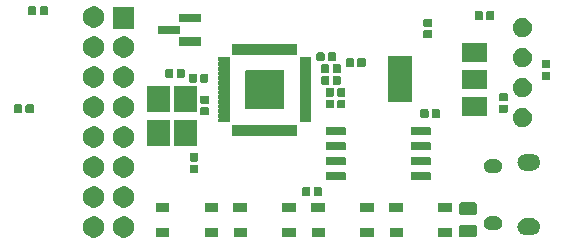
<source format=gbr>
G04 #@! TF.GenerationSoftware,KiCad,Pcbnew,5.1.5+dfsg1-2build2*
G04 #@! TF.CreationDate,2021-08-15T10:11:15+01:00*
G04 #@! TF.ProjectId,picopak,7069636f-7061-46b2-9e6b-696361645f70,rev?*
G04 #@! TF.SameCoordinates,Original*
G04 #@! TF.FileFunction,Soldermask,Bot*
G04 #@! TF.FilePolarity,Negative*
%FSLAX46Y46*%
G04 Gerber Fmt 4.6, Leading zero omitted, Abs format (unit mm)*
G04 Created by KiCad (PCBNEW 5.1.5+dfsg1-2build2) date 2021-08-15 10:11:15*
%MOMM*%
%LPD*%
G04 APERTURE LIST*
%ADD10C,0.100000*%
G04 APERTURE END LIST*
D10*
G36*
X173163512Y-87503927D02*
G01*
X173312812Y-87533624D01*
X173476784Y-87601544D01*
X173624354Y-87700147D01*
X173749853Y-87825646D01*
X173848456Y-87973216D01*
X173916376Y-88137188D01*
X173940801Y-88259983D01*
X173951000Y-88311258D01*
X173951000Y-88488742D01*
X173946290Y-88512420D01*
X173916376Y-88662812D01*
X173848456Y-88826784D01*
X173749853Y-88974354D01*
X173624354Y-89099853D01*
X173476784Y-89198456D01*
X173312812Y-89266376D01*
X173163512Y-89296073D01*
X173138742Y-89301000D01*
X172961258Y-89301000D01*
X172936488Y-89296073D01*
X172787188Y-89266376D01*
X172623216Y-89198456D01*
X172475646Y-89099853D01*
X172350147Y-88974354D01*
X172251544Y-88826784D01*
X172183624Y-88662812D01*
X172153710Y-88512420D01*
X172149000Y-88488742D01*
X172149000Y-88311258D01*
X172159199Y-88259983D01*
X172183624Y-88137188D01*
X172251544Y-87973216D01*
X172350147Y-87825646D01*
X172475646Y-87700147D01*
X172623216Y-87601544D01*
X172787188Y-87533624D01*
X172936488Y-87503927D01*
X172961258Y-87499000D01*
X173138742Y-87499000D01*
X173163512Y-87503927D01*
G37*
G36*
X170623512Y-87503927D02*
G01*
X170772812Y-87533624D01*
X170936784Y-87601544D01*
X171084354Y-87700147D01*
X171209853Y-87825646D01*
X171308456Y-87973216D01*
X171376376Y-88137188D01*
X171400801Y-88259983D01*
X171411000Y-88311258D01*
X171411000Y-88488742D01*
X171406290Y-88512420D01*
X171376376Y-88662812D01*
X171308456Y-88826784D01*
X171209853Y-88974354D01*
X171084354Y-89099853D01*
X170936784Y-89198456D01*
X170772812Y-89266376D01*
X170623512Y-89296073D01*
X170598742Y-89301000D01*
X170421258Y-89301000D01*
X170396488Y-89296073D01*
X170247188Y-89266376D01*
X170083216Y-89198456D01*
X169935646Y-89099853D01*
X169810147Y-88974354D01*
X169711544Y-88826784D01*
X169643624Y-88662812D01*
X169613710Y-88512420D01*
X169609000Y-88488742D01*
X169609000Y-88311258D01*
X169619199Y-88259983D01*
X169643624Y-88137188D01*
X169711544Y-87973216D01*
X169810147Y-87825646D01*
X169935646Y-87700147D01*
X170083216Y-87601544D01*
X170247188Y-87533624D01*
X170396488Y-87503927D01*
X170421258Y-87499000D01*
X170598742Y-87499000D01*
X170623512Y-87503927D01*
G37*
G36*
X202784468Y-88203565D02*
G01*
X202823138Y-88215296D01*
X202858777Y-88234346D01*
X202890017Y-88259983D01*
X202915654Y-88291223D01*
X202934704Y-88326862D01*
X202946435Y-88365532D01*
X202951000Y-88411888D01*
X202951000Y-89063112D01*
X202946435Y-89109468D01*
X202934704Y-89148138D01*
X202915654Y-89183777D01*
X202890017Y-89215017D01*
X202858777Y-89240654D01*
X202823138Y-89259704D01*
X202784468Y-89271435D01*
X202738112Y-89276000D01*
X201661888Y-89276000D01*
X201615532Y-89271435D01*
X201576862Y-89259704D01*
X201541223Y-89240654D01*
X201509983Y-89215017D01*
X201484346Y-89183777D01*
X201465296Y-89148138D01*
X201453565Y-89109468D01*
X201449000Y-89063112D01*
X201449000Y-88411888D01*
X201453565Y-88365532D01*
X201465296Y-88326862D01*
X201484346Y-88291223D01*
X201509983Y-88259983D01*
X201541223Y-88234346D01*
X201576862Y-88215296D01*
X201615532Y-88203565D01*
X201661888Y-88199000D01*
X202738112Y-88199000D01*
X202784468Y-88203565D01*
G37*
G36*
X194251000Y-89251000D02*
G01*
X193099000Y-89251000D01*
X193099000Y-88499000D01*
X194251000Y-88499000D01*
X194251000Y-89251000D01*
G37*
G36*
X181051000Y-89251000D02*
G01*
X179899000Y-89251000D01*
X179899000Y-88499000D01*
X181051000Y-88499000D01*
X181051000Y-89251000D01*
G37*
G36*
X176926000Y-89251000D02*
G01*
X175774000Y-89251000D01*
X175774000Y-88499000D01*
X176926000Y-88499000D01*
X176926000Y-89251000D01*
G37*
G36*
X187651000Y-89251000D02*
G01*
X186499000Y-89251000D01*
X186499000Y-88499000D01*
X187651000Y-88499000D01*
X187651000Y-89251000D01*
G37*
G36*
X200851000Y-89251000D02*
G01*
X199699000Y-89251000D01*
X199699000Y-88499000D01*
X200851000Y-88499000D01*
X200851000Y-89251000D01*
G37*
G36*
X196726000Y-89251000D02*
G01*
X195574000Y-89251000D01*
X195574000Y-88499000D01*
X196726000Y-88499000D01*
X196726000Y-89251000D01*
G37*
G36*
X190126000Y-89251000D02*
G01*
X188974000Y-89251000D01*
X188974000Y-88499000D01*
X190126000Y-88499000D01*
X190126000Y-89251000D01*
G37*
G36*
X183526000Y-89251000D02*
G01*
X182374000Y-89251000D01*
X182374000Y-88499000D01*
X183526000Y-88499000D01*
X183526000Y-89251000D01*
G37*
G36*
X207737421Y-87684143D02*
G01*
X207869557Y-87724227D01*
X207869559Y-87724228D01*
X207991339Y-87789320D01*
X208098080Y-87876920D01*
X208177110Y-87973218D01*
X208185679Y-87983660D01*
X208250773Y-88105443D01*
X208290857Y-88237579D01*
X208304391Y-88375000D01*
X208290857Y-88512421D01*
X208250773Y-88644557D01*
X208250772Y-88644559D01*
X208185680Y-88766339D01*
X208098080Y-88873080D01*
X207991339Y-88960680D01*
X207965758Y-88974353D01*
X207869557Y-89025773D01*
X207737421Y-89065857D01*
X207634432Y-89076000D01*
X207065568Y-89076000D01*
X206962579Y-89065857D01*
X206830443Y-89025773D01*
X206734242Y-88974353D01*
X206708661Y-88960680D01*
X206601920Y-88873080D01*
X206514320Y-88766339D01*
X206449228Y-88644559D01*
X206449227Y-88644557D01*
X206409143Y-88512421D01*
X206395609Y-88375000D01*
X206409143Y-88237579D01*
X206449227Y-88105443D01*
X206514321Y-87983660D01*
X206522891Y-87973218D01*
X206601920Y-87876920D01*
X206708661Y-87789320D01*
X206830441Y-87724228D01*
X206830443Y-87724227D01*
X206962579Y-87684143D01*
X207065568Y-87674000D01*
X207634432Y-87674000D01*
X207737421Y-87684143D01*
G37*
G36*
X204632916Y-87507334D02*
G01*
X204741492Y-87540271D01*
X204741495Y-87540272D01*
X204777601Y-87559571D01*
X204841557Y-87593756D01*
X204929264Y-87665736D01*
X205001244Y-87753443D01*
X205035429Y-87817399D01*
X205054728Y-87853505D01*
X205054729Y-87853508D01*
X205087666Y-87962084D01*
X205098787Y-88075000D01*
X205087666Y-88187916D01*
X205056327Y-88291223D01*
X205054728Y-88296495D01*
X205046837Y-88311258D01*
X205001244Y-88396557D01*
X204929264Y-88484264D01*
X204841557Y-88556244D01*
X204777601Y-88590429D01*
X204741495Y-88609728D01*
X204741492Y-88609729D01*
X204632916Y-88642666D01*
X204548298Y-88651000D01*
X204091702Y-88651000D01*
X204007084Y-88642666D01*
X203898508Y-88609729D01*
X203898505Y-88609728D01*
X203862399Y-88590429D01*
X203798443Y-88556244D01*
X203710736Y-88484264D01*
X203638756Y-88396557D01*
X203593163Y-88311258D01*
X203585272Y-88296495D01*
X203583673Y-88291223D01*
X203552334Y-88187916D01*
X203541213Y-88075000D01*
X203552334Y-87962084D01*
X203585271Y-87853508D01*
X203585272Y-87853505D01*
X203604571Y-87817399D01*
X203638756Y-87753443D01*
X203710736Y-87665736D01*
X203798443Y-87593756D01*
X203862399Y-87559571D01*
X203898505Y-87540272D01*
X203898508Y-87540271D01*
X204007084Y-87507334D01*
X204091702Y-87499000D01*
X204548298Y-87499000D01*
X204632916Y-87507334D01*
G37*
G36*
X202784468Y-86328565D02*
G01*
X202823138Y-86340296D01*
X202858777Y-86359346D01*
X202890017Y-86384983D01*
X202915654Y-86416223D01*
X202934704Y-86451862D01*
X202946435Y-86490532D01*
X202951000Y-86536888D01*
X202951000Y-87188112D01*
X202946435Y-87234468D01*
X202934704Y-87273138D01*
X202915654Y-87308777D01*
X202890017Y-87340017D01*
X202858777Y-87365654D01*
X202823138Y-87384704D01*
X202784468Y-87396435D01*
X202738112Y-87401000D01*
X201661888Y-87401000D01*
X201615532Y-87396435D01*
X201576862Y-87384704D01*
X201541223Y-87365654D01*
X201509983Y-87340017D01*
X201484346Y-87308777D01*
X201465296Y-87273138D01*
X201453565Y-87234468D01*
X201449000Y-87188112D01*
X201449000Y-86536888D01*
X201453565Y-86490532D01*
X201465296Y-86451862D01*
X201484346Y-86416223D01*
X201509983Y-86384983D01*
X201541223Y-86359346D01*
X201576862Y-86340296D01*
X201615532Y-86328565D01*
X201661888Y-86324000D01*
X202738112Y-86324000D01*
X202784468Y-86328565D01*
G37*
G36*
X194251000Y-87101000D02*
G01*
X193099000Y-87101000D01*
X193099000Y-86349000D01*
X194251000Y-86349000D01*
X194251000Y-87101000D01*
G37*
G36*
X196701000Y-87101000D02*
G01*
X195549000Y-87101000D01*
X195549000Y-86349000D01*
X196701000Y-86349000D01*
X196701000Y-87101000D01*
G37*
G36*
X200851000Y-87101000D02*
G01*
X199699000Y-87101000D01*
X199699000Y-86349000D01*
X200851000Y-86349000D01*
X200851000Y-87101000D01*
G37*
G36*
X183501000Y-87101000D02*
G01*
X182349000Y-87101000D01*
X182349000Y-86349000D01*
X183501000Y-86349000D01*
X183501000Y-87101000D01*
G37*
G36*
X176901000Y-87101000D02*
G01*
X175749000Y-87101000D01*
X175749000Y-86349000D01*
X176901000Y-86349000D01*
X176901000Y-87101000D01*
G37*
G36*
X187651000Y-87101000D02*
G01*
X186499000Y-87101000D01*
X186499000Y-86349000D01*
X187651000Y-86349000D01*
X187651000Y-87101000D01*
G37*
G36*
X181051000Y-87101000D02*
G01*
X179899000Y-87101000D01*
X179899000Y-86349000D01*
X181051000Y-86349000D01*
X181051000Y-87101000D01*
G37*
G36*
X190101000Y-87101000D02*
G01*
X188949000Y-87101000D01*
X188949000Y-86349000D01*
X190101000Y-86349000D01*
X190101000Y-87101000D01*
G37*
G36*
X170623512Y-84963927D02*
G01*
X170772812Y-84993624D01*
X170936784Y-85061544D01*
X171084354Y-85160147D01*
X171209853Y-85285646D01*
X171308456Y-85433216D01*
X171376376Y-85597188D01*
X171401113Y-85721553D01*
X171410949Y-85771000D01*
X171411000Y-85771259D01*
X171411000Y-85948741D01*
X171376376Y-86122812D01*
X171308456Y-86286784D01*
X171209853Y-86434354D01*
X171084354Y-86559853D01*
X170936784Y-86658456D01*
X170772812Y-86726376D01*
X170623512Y-86756073D01*
X170598742Y-86761000D01*
X170421258Y-86761000D01*
X170396488Y-86756073D01*
X170247188Y-86726376D01*
X170083216Y-86658456D01*
X169935646Y-86559853D01*
X169810147Y-86434354D01*
X169711544Y-86286784D01*
X169643624Y-86122812D01*
X169609000Y-85948741D01*
X169609000Y-85771259D01*
X169609052Y-85771000D01*
X169618887Y-85721553D01*
X169643624Y-85597188D01*
X169711544Y-85433216D01*
X169810147Y-85285646D01*
X169935646Y-85160147D01*
X170083216Y-85061544D01*
X170247188Y-84993624D01*
X170396488Y-84963927D01*
X170421258Y-84959000D01*
X170598742Y-84959000D01*
X170623512Y-84963927D01*
G37*
G36*
X173163512Y-84963927D02*
G01*
X173312812Y-84993624D01*
X173476784Y-85061544D01*
X173624354Y-85160147D01*
X173749853Y-85285646D01*
X173848456Y-85433216D01*
X173916376Y-85597188D01*
X173941113Y-85721553D01*
X173950949Y-85771000D01*
X173951000Y-85771259D01*
X173951000Y-85948741D01*
X173916376Y-86122812D01*
X173848456Y-86286784D01*
X173749853Y-86434354D01*
X173624354Y-86559853D01*
X173476784Y-86658456D01*
X173312812Y-86726376D01*
X173163512Y-86756073D01*
X173138742Y-86761000D01*
X172961258Y-86761000D01*
X172936488Y-86756073D01*
X172787188Y-86726376D01*
X172623216Y-86658456D01*
X172475646Y-86559853D01*
X172350147Y-86434354D01*
X172251544Y-86286784D01*
X172183624Y-86122812D01*
X172149000Y-85948741D01*
X172149000Y-85771259D01*
X172149052Y-85771000D01*
X172158887Y-85721553D01*
X172183624Y-85597188D01*
X172251544Y-85433216D01*
X172350147Y-85285646D01*
X172475646Y-85160147D01*
X172623216Y-85061544D01*
X172787188Y-84993624D01*
X172936488Y-84963927D01*
X172961258Y-84959000D01*
X173138742Y-84959000D01*
X173163512Y-84963927D01*
G37*
G36*
X189741938Y-85031716D02*
G01*
X189762557Y-85037971D01*
X189781553Y-85048124D01*
X189798208Y-85061792D01*
X189811876Y-85078447D01*
X189822029Y-85097443D01*
X189828284Y-85118062D01*
X189831000Y-85145640D01*
X189831000Y-85654360D01*
X189828284Y-85681938D01*
X189822029Y-85702557D01*
X189811876Y-85721553D01*
X189798208Y-85738208D01*
X189781553Y-85751876D01*
X189762557Y-85762029D01*
X189741938Y-85768284D01*
X189714360Y-85771000D01*
X189255640Y-85771000D01*
X189228062Y-85768284D01*
X189207443Y-85762029D01*
X189188447Y-85751876D01*
X189171792Y-85738208D01*
X189158124Y-85721553D01*
X189147971Y-85702557D01*
X189141716Y-85681938D01*
X189139000Y-85654360D01*
X189139000Y-85145640D01*
X189141716Y-85118062D01*
X189147971Y-85097443D01*
X189158124Y-85078447D01*
X189171792Y-85061792D01*
X189188447Y-85048124D01*
X189207443Y-85037971D01*
X189228062Y-85031716D01*
X189255640Y-85029000D01*
X189714360Y-85029000D01*
X189741938Y-85031716D01*
G37*
G36*
X188771938Y-85031716D02*
G01*
X188792557Y-85037971D01*
X188811553Y-85048124D01*
X188828208Y-85061792D01*
X188841876Y-85078447D01*
X188852029Y-85097443D01*
X188858284Y-85118062D01*
X188861000Y-85145640D01*
X188861000Y-85654360D01*
X188858284Y-85681938D01*
X188852029Y-85702557D01*
X188841876Y-85721553D01*
X188828208Y-85738208D01*
X188811553Y-85751876D01*
X188792557Y-85762029D01*
X188771938Y-85768284D01*
X188744360Y-85771000D01*
X188285640Y-85771000D01*
X188258062Y-85768284D01*
X188237443Y-85762029D01*
X188218447Y-85751876D01*
X188201792Y-85738208D01*
X188188124Y-85721553D01*
X188177971Y-85702557D01*
X188171716Y-85681938D01*
X188169000Y-85654360D01*
X188169000Y-85145640D01*
X188171716Y-85118062D01*
X188177971Y-85097443D01*
X188188124Y-85078447D01*
X188201792Y-85061792D01*
X188218447Y-85048124D01*
X188237443Y-85037971D01*
X188258062Y-85031716D01*
X188285640Y-85029000D01*
X188744360Y-85029000D01*
X188771938Y-85031716D01*
G37*
G36*
X191759928Y-83756764D02*
G01*
X191781009Y-83763160D01*
X191800445Y-83773548D01*
X191817476Y-83787524D01*
X191831452Y-83804555D01*
X191841840Y-83823991D01*
X191848236Y-83845072D01*
X191851000Y-83873140D01*
X191851000Y-84336860D01*
X191848236Y-84364928D01*
X191841840Y-84386009D01*
X191831452Y-84405445D01*
X191817476Y-84422476D01*
X191800445Y-84436452D01*
X191781009Y-84446840D01*
X191759928Y-84453236D01*
X191731860Y-84456000D01*
X190268140Y-84456000D01*
X190240072Y-84453236D01*
X190218991Y-84446840D01*
X190199555Y-84436452D01*
X190182524Y-84422476D01*
X190168548Y-84405445D01*
X190158160Y-84386009D01*
X190151764Y-84364928D01*
X190149000Y-84336860D01*
X190149000Y-83873140D01*
X190151764Y-83845072D01*
X190158160Y-83823991D01*
X190168548Y-83804555D01*
X190182524Y-83787524D01*
X190199555Y-83773548D01*
X190218991Y-83763160D01*
X190240072Y-83756764D01*
X190268140Y-83754000D01*
X191731860Y-83754000D01*
X191759928Y-83756764D01*
G37*
G36*
X198959928Y-83756764D02*
G01*
X198981009Y-83763160D01*
X199000445Y-83773548D01*
X199017476Y-83787524D01*
X199031452Y-83804555D01*
X199041840Y-83823991D01*
X199048236Y-83845072D01*
X199051000Y-83873140D01*
X199051000Y-84336860D01*
X199048236Y-84364928D01*
X199041840Y-84386009D01*
X199031452Y-84405445D01*
X199017476Y-84422476D01*
X199000445Y-84436452D01*
X198981009Y-84446840D01*
X198959928Y-84453236D01*
X198931860Y-84456000D01*
X197468140Y-84456000D01*
X197440072Y-84453236D01*
X197418991Y-84446840D01*
X197399555Y-84436452D01*
X197382524Y-84422476D01*
X197368548Y-84405445D01*
X197358160Y-84386009D01*
X197351764Y-84364928D01*
X197349000Y-84336860D01*
X197349000Y-83873140D01*
X197351764Y-83845072D01*
X197358160Y-83823991D01*
X197368548Y-83804555D01*
X197382524Y-83787524D01*
X197399555Y-83773548D01*
X197418991Y-83763160D01*
X197440072Y-83756764D01*
X197468140Y-83754000D01*
X198931860Y-83754000D01*
X198959928Y-83756764D01*
G37*
G36*
X173163512Y-82423927D02*
G01*
X173312812Y-82453624D01*
X173476784Y-82521544D01*
X173624354Y-82620147D01*
X173749853Y-82745646D01*
X173848456Y-82893216D01*
X173916376Y-83057188D01*
X173951000Y-83231259D01*
X173951000Y-83408741D01*
X173916376Y-83582812D01*
X173848456Y-83746784D01*
X173749853Y-83894354D01*
X173624354Y-84019853D01*
X173476784Y-84118456D01*
X173312812Y-84186376D01*
X173163512Y-84216073D01*
X173138742Y-84221000D01*
X172961258Y-84221000D01*
X172936488Y-84216073D01*
X172787188Y-84186376D01*
X172623216Y-84118456D01*
X172475646Y-84019853D01*
X172350147Y-83894354D01*
X172251544Y-83746784D01*
X172183624Y-83582812D01*
X172149000Y-83408741D01*
X172149000Y-83231259D01*
X172183624Y-83057188D01*
X172251544Y-82893216D01*
X172350147Y-82745646D01*
X172475646Y-82620147D01*
X172623216Y-82521544D01*
X172787188Y-82453624D01*
X172936488Y-82423927D01*
X172961258Y-82419000D01*
X173138742Y-82419000D01*
X173163512Y-82423927D01*
G37*
G36*
X170623512Y-82423927D02*
G01*
X170772812Y-82453624D01*
X170936784Y-82521544D01*
X171084354Y-82620147D01*
X171209853Y-82745646D01*
X171308456Y-82893216D01*
X171376376Y-83057188D01*
X171411000Y-83231259D01*
X171411000Y-83408741D01*
X171376376Y-83582812D01*
X171308456Y-83746784D01*
X171209853Y-83894354D01*
X171084354Y-84019853D01*
X170936784Y-84118456D01*
X170772812Y-84186376D01*
X170623512Y-84216073D01*
X170598742Y-84221000D01*
X170421258Y-84221000D01*
X170396488Y-84216073D01*
X170247188Y-84186376D01*
X170083216Y-84118456D01*
X169935646Y-84019853D01*
X169810147Y-83894354D01*
X169711544Y-83746784D01*
X169643624Y-83582812D01*
X169609000Y-83408741D01*
X169609000Y-83231259D01*
X169643624Y-83057188D01*
X169711544Y-82893216D01*
X169810147Y-82745646D01*
X169935646Y-82620147D01*
X170083216Y-82521544D01*
X170247188Y-82453624D01*
X170396488Y-82423927D01*
X170421258Y-82419000D01*
X170598742Y-82419000D01*
X170623512Y-82423927D01*
G37*
G36*
X179281938Y-83141716D02*
G01*
X179302557Y-83147971D01*
X179321553Y-83158124D01*
X179338208Y-83171792D01*
X179351876Y-83188447D01*
X179362029Y-83207443D01*
X179368284Y-83228062D01*
X179371000Y-83255640D01*
X179371000Y-83714360D01*
X179368284Y-83741938D01*
X179362029Y-83762557D01*
X179351876Y-83781553D01*
X179338208Y-83798208D01*
X179321553Y-83811876D01*
X179302557Y-83822029D01*
X179281938Y-83828284D01*
X179254360Y-83831000D01*
X178745640Y-83831000D01*
X178718062Y-83828284D01*
X178697443Y-83822029D01*
X178678447Y-83811876D01*
X178661792Y-83798208D01*
X178648124Y-83781553D01*
X178637971Y-83762557D01*
X178631716Y-83741938D01*
X178629000Y-83714360D01*
X178629000Y-83255640D01*
X178631716Y-83228062D01*
X178637971Y-83207443D01*
X178648124Y-83188447D01*
X178661792Y-83171792D01*
X178678447Y-83158124D01*
X178697443Y-83147971D01*
X178718062Y-83141716D01*
X178745640Y-83139000D01*
X179254360Y-83139000D01*
X179281938Y-83141716D01*
G37*
G36*
X204632916Y-82657334D02*
G01*
X204741492Y-82690271D01*
X204741495Y-82690272D01*
X204777601Y-82709571D01*
X204841557Y-82743756D01*
X204929264Y-82815736D01*
X205001244Y-82903443D01*
X205012766Y-82925000D01*
X205054728Y-83003505D01*
X205054729Y-83003508D01*
X205087666Y-83112084D01*
X205098787Y-83225000D01*
X205087666Y-83337916D01*
X205061831Y-83423080D01*
X205054728Y-83446495D01*
X205035429Y-83482601D01*
X205001244Y-83546557D01*
X204929264Y-83634264D01*
X204841557Y-83706244D01*
X204777601Y-83740429D01*
X204741495Y-83759728D01*
X204741492Y-83759729D01*
X204632916Y-83792666D01*
X204548298Y-83801000D01*
X204091702Y-83801000D01*
X204007084Y-83792666D01*
X203898508Y-83759729D01*
X203898505Y-83759728D01*
X203862399Y-83740429D01*
X203798443Y-83706244D01*
X203710736Y-83634264D01*
X203638756Y-83546557D01*
X203604571Y-83482601D01*
X203585272Y-83446495D01*
X203578169Y-83423080D01*
X203552334Y-83337916D01*
X203541213Y-83225000D01*
X203552334Y-83112084D01*
X203585271Y-83003508D01*
X203585272Y-83003505D01*
X203627234Y-82925000D01*
X203638756Y-82903443D01*
X203710736Y-82815736D01*
X203798443Y-82743756D01*
X203862399Y-82709571D01*
X203898505Y-82690272D01*
X203898508Y-82690271D01*
X204007084Y-82657334D01*
X204091702Y-82649000D01*
X204548298Y-82649000D01*
X204632916Y-82657334D01*
G37*
G36*
X207737421Y-82234143D02*
G01*
X207869557Y-82274227D01*
X207869559Y-82274228D01*
X207991339Y-82339320D01*
X208098080Y-82426920D01*
X208185680Y-82533661D01*
X208222817Y-82603140D01*
X208250773Y-82655443D01*
X208290857Y-82787579D01*
X208304391Y-82925000D01*
X208290857Y-83062421D01*
X208252626Y-83188447D01*
X208250772Y-83194559D01*
X208185680Y-83316339D01*
X208098080Y-83423080D01*
X207991339Y-83510680D01*
X207924217Y-83546557D01*
X207869557Y-83575773D01*
X207737421Y-83615857D01*
X207634432Y-83626000D01*
X207065568Y-83626000D01*
X206962579Y-83615857D01*
X206830443Y-83575773D01*
X206775783Y-83546557D01*
X206708661Y-83510680D01*
X206601920Y-83423080D01*
X206514320Y-83316339D01*
X206449228Y-83194559D01*
X206447374Y-83188447D01*
X206409143Y-83062421D01*
X206395609Y-82925000D01*
X206409143Y-82787579D01*
X206449227Y-82655443D01*
X206477183Y-82603140D01*
X206514320Y-82533661D01*
X206601920Y-82426920D01*
X206708661Y-82339320D01*
X206830441Y-82274228D01*
X206830443Y-82274227D01*
X206962579Y-82234143D01*
X207065568Y-82224000D01*
X207634432Y-82224000D01*
X207737421Y-82234143D01*
G37*
G36*
X198959928Y-82486764D02*
G01*
X198981009Y-82493160D01*
X199000445Y-82503548D01*
X199017476Y-82517524D01*
X199031452Y-82534555D01*
X199041840Y-82553991D01*
X199048236Y-82575072D01*
X199051000Y-82603140D01*
X199051000Y-83066860D01*
X199048236Y-83094928D01*
X199041840Y-83116009D01*
X199031452Y-83135445D01*
X199017476Y-83152476D01*
X199000445Y-83166452D01*
X198981009Y-83176840D01*
X198959928Y-83183236D01*
X198931860Y-83186000D01*
X197468140Y-83186000D01*
X197440072Y-83183236D01*
X197418991Y-83176840D01*
X197399555Y-83166452D01*
X197382524Y-83152476D01*
X197368548Y-83135445D01*
X197358160Y-83116009D01*
X197351764Y-83094928D01*
X197349000Y-83066860D01*
X197349000Y-82603140D01*
X197351764Y-82575072D01*
X197358160Y-82553991D01*
X197368548Y-82534555D01*
X197382524Y-82517524D01*
X197399555Y-82503548D01*
X197418991Y-82493160D01*
X197440072Y-82486764D01*
X197468140Y-82484000D01*
X198931860Y-82484000D01*
X198959928Y-82486764D01*
G37*
G36*
X191759928Y-82486764D02*
G01*
X191781009Y-82493160D01*
X191800445Y-82503548D01*
X191817476Y-82517524D01*
X191831452Y-82534555D01*
X191841840Y-82553991D01*
X191848236Y-82575072D01*
X191851000Y-82603140D01*
X191851000Y-83066860D01*
X191848236Y-83094928D01*
X191841840Y-83116009D01*
X191831452Y-83135445D01*
X191817476Y-83152476D01*
X191800445Y-83166452D01*
X191781009Y-83176840D01*
X191759928Y-83183236D01*
X191731860Y-83186000D01*
X190268140Y-83186000D01*
X190240072Y-83183236D01*
X190218991Y-83176840D01*
X190199555Y-83166452D01*
X190182524Y-83152476D01*
X190168548Y-83135445D01*
X190158160Y-83116009D01*
X190151764Y-83094928D01*
X190149000Y-83066860D01*
X190149000Y-82603140D01*
X190151764Y-82575072D01*
X190158160Y-82553991D01*
X190168548Y-82534555D01*
X190182524Y-82517524D01*
X190199555Y-82503548D01*
X190218991Y-82493160D01*
X190240072Y-82486764D01*
X190268140Y-82484000D01*
X191731860Y-82484000D01*
X191759928Y-82486764D01*
G37*
G36*
X179281938Y-82171716D02*
G01*
X179302557Y-82177971D01*
X179321553Y-82188124D01*
X179338208Y-82201792D01*
X179351876Y-82218447D01*
X179362029Y-82237443D01*
X179368284Y-82258062D01*
X179371000Y-82285640D01*
X179371000Y-82744360D01*
X179368284Y-82771938D01*
X179362029Y-82792557D01*
X179351876Y-82811553D01*
X179338208Y-82828208D01*
X179321553Y-82841876D01*
X179302557Y-82852029D01*
X179281938Y-82858284D01*
X179254360Y-82861000D01*
X178745640Y-82861000D01*
X178718062Y-82858284D01*
X178697443Y-82852029D01*
X178678447Y-82841876D01*
X178661792Y-82828208D01*
X178648124Y-82811553D01*
X178637971Y-82792557D01*
X178631716Y-82771938D01*
X178629000Y-82744360D01*
X178629000Y-82285640D01*
X178631716Y-82258062D01*
X178637971Y-82237443D01*
X178648124Y-82218447D01*
X178661792Y-82201792D01*
X178678447Y-82188124D01*
X178697443Y-82177971D01*
X178718062Y-82171716D01*
X178745640Y-82169000D01*
X179254360Y-82169000D01*
X179281938Y-82171716D01*
G37*
G36*
X198959928Y-81216764D02*
G01*
X198981009Y-81223160D01*
X199000445Y-81233548D01*
X199017476Y-81247524D01*
X199031452Y-81264555D01*
X199041840Y-81283991D01*
X199048236Y-81305072D01*
X199051000Y-81333140D01*
X199051000Y-81796860D01*
X199048236Y-81824928D01*
X199041840Y-81846009D01*
X199031452Y-81865445D01*
X199017476Y-81882476D01*
X199000445Y-81896452D01*
X198981009Y-81906840D01*
X198959928Y-81913236D01*
X198931860Y-81916000D01*
X197468140Y-81916000D01*
X197440072Y-81913236D01*
X197418991Y-81906840D01*
X197399555Y-81896452D01*
X197382524Y-81882476D01*
X197368548Y-81865445D01*
X197358160Y-81846009D01*
X197351764Y-81824928D01*
X197349000Y-81796860D01*
X197349000Y-81333140D01*
X197351764Y-81305072D01*
X197358160Y-81283991D01*
X197368548Y-81264555D01*
X197382524Y-81247524D01*
X197399555Y-81233548D01*
X197418991Y-81223160D01*
X197440072Y-81216764D01*
X197468140Y-81214000D01*
X198931860Y-81214000D01*
X198959928Y-81216764D01*
G37*
G36*
X191759928Y-81216764D02*
G01*
X191781009Y-81223160D01*
X191800445Y-81233548D01*
X191817476Y-81247524D01*
X191831452Y-81264555D01*
X191841840Y-81283991D01*
X191848236Y-81305072D01*
X191851000Y-81333140D01*
X191851000Y-81796860D01*
X191848236Y-81824928D01*
X191841840Y-81846009D01*
X191831452Y-81865445D01*
X191817476Y-81882476D01*
X191800445Y-81896452D01*
X191781009Y-81906840D01*
X191759928Y-81913236D01*
X191731860Y-81916000D01*
X190268140Y-81916000D01*
X190240072Y-81913236D01*
X190218991Y-81906840D01*
X190199555Y-81896452D01*
X190182524Y-81882476D01*
X190168548Y-81865445D01*
X190158160Y-81846009D01*
X190151764Y-81824928D01*
X190149000Y-81796860D01*
X190149000Y-81333140D01*
X190151764Y-81305072D01*
X190158160Y-81283991D01*
X190168548Y-81264555D01*
X190182524Y-81247524D01*
X190199555Y-81233548D01*
X190218991Y-81223160D01*
X190240072Y-81216764D01*
X190268140Y-81214000D01*
X191731860Y-81214000D01*
X191759928Y-81216764D01*
G37*
G36*
X170623512Y-79883927D02*
G01*
X170772812Y-79913624D01*
X170936784Y-79981544D01*
X171084354Y-80080147D01*
X171209853Y-80205646D01*
X171308456Y-80353216D01*
X171376376Y-80517188D01*
X171411000Y-80691259D01*
X171411000Y-80868741D01*
X171376376Y-81042812D01*
X171308456Y-81206784D01*
X171209853Y-81354354D01*
X171084354Y-81479853D01*
X170936784Y-81578456D01*
X170772812Y-81646376D01*
X170623512Y-81676073D01*
X170598742Y-81681000D01*
X170421258Y-81681000D01*
X170396488Y-81676073D01*
X170247188Y-81646376D01*
X170083216Y-81578456D01*
X169935646Y-81479853D01*
X169810147Y-81354354D01*
X169711544Y-81206784D01*
X169643624Y-81042812D01*
X169609000Y-80868741D01*
X169609000Y-80691259D01*
X169643624Y-80517188D01*
X169711544Y-80353216D01*
X169810147Y-80205646D01*
X169935646Y-80080147D01*
X170083216Y-79981544D01*
X170247188Y-79913624D01*
X170396488Y-79883927D01*
X170421258Y-79879000D01*
X170598742Y-79879000D01*
X170623512Y-79883927D01*
G37*
G36*
X173163512Y-79883927D02*
G01*
X173312812Y-79913624D01*
X173476784Y-79981544D01*
X173624354Y-80080147D01*
X173749853Y-80205646D01*
X173848456Y-80353216D01*
X173916376Y-80517188D01*
X173951000Y-80691259D01*
X173951000Y-80868741D01*
X173916376Y-81042812D01*
X173848456Y-81206784D01*
X173749853Y-81354354D01*
X173624354Y-81479853D01*
X173476784Y-81578456D01*
X173312812Y-81646376D01*
X173163512Y-81676073D01*
X173138742Y-81681000D01*
X172961258Y-81681000D01*
X172936488Y-81676073D01*
X172787188Y-81646376D01*
X172623216Y-81578456D01*
X172475646Y-81479853D01*
X172350147Y-81354354D01*
X172251544Y-81206784D01*
X172183624Y-81042812D01*
X172149000Y-80868741D01*
X172149000Y-80691259D01*
X172183624Y-80517188D01*
X172251544Y-80353216D01*
X172350147Y-80205646D01*
X172475646Y-80080147D01*
X172623216Y-79981544D01*
X172787188Y-79913624D01*
X172936488Y-79883927D01*
X172961258Y-79879000D01*
X173138742Y-79879000D01*
X173163512Y-79883927D01*
G37*
G36*
X176951000Y-81551000D02*
G01*
X175049000Y-81551000D01*
X175049000Y-79349000D01*
X176951000Y-79349000D01*
X176951000Y-81551000D01*
G37*
G36*
X179251000Y-81551000D02*
G01*
X177349000Y-81551000D01*
X177349000Y-79349000D01*
X179251000Y-79349000D01*
X179251000Y-81551000D01*
G37*
G36*
X182540416Y-79749843D02*
G01*
X182544556Y-79751099D01*
X182563716Y-79759035D01*
X182587750Y-79763815D01*
X182612254Y-79763815D01*
X182636287Y-79759034D01*
X182655445Y-79751099D01*
X182659584Y-79749843D01*
X182668143Y-79749000D01*
X182931857Y-79749000D01*
X182940416Y-79749843D01*
X182944556Y-79751099D01*
X182963716Y-79759035D01*
X182987750Y-79763815D01*
X183012254Y-79763815D01*
X183036287Y-79759034D01*
X183055445Y-79751099D01*
X183059584Y-79749843D01*
X183068143Y-79749000D01*
X183331857Y-79749000D01*
X183340416Y-79749843D01*
X183344556Y-79751099D01*
X183363716Y-79759035D01*
X183387750Y-79763815D01*
X183412254Y-79763815D01*
X183436287Y-79759034D01*
X183455445Y-79751099D01*
X183459584Y-79749843D01*
X183468143Y-79749000D01*
X183731857Y-79749000D01*
X183740416Y-79749843D01*
X183744556Y-79751099D01*
X183763716Y-79759035D01*
X183787750Y-79763815D01*
X183812254Y-79763815D01*
X183836287Y-79759034D01*
X183855445Y-79751099D01*
X183859584Y-79749843D01*
X183868143Y-79749000D01*
X184131857Y-79749000D01*
X184140416Y-79749843D01*
X184144556Y-79751099D01*
X184163716Y-79759035D01*
X184187750Y-79763815D01*
X184212254Y-79763815D01*
X184236287Y-79759034D01*
X184255445Y-79751099D01*
X184259584Y-79749843D01*
X184268143Y-79749000D01*
X184531857Y-79749000D01*
X184540416Y-79749843D01*
X184544556Y-79751099D01*
X184563716Y-79759035D01*
X184587750Y-79763815D01*
X184612254Y-79763815D01*
X184636287Y-79759034D01*
X184655445Y-79751099D01*
X184659584Y-79749843D01*
X184668143Y-79749000D01*
X184931857Y-79749000D01*
X184940416Y-79749843D01*
X184944556Y-79751099D01*
X184963716Y-79759035D01*
X184987750Y-79763815D01*
X185012254Y-79763815D01*
X185036287Y-79759034D01*
X185055445Y-79751099D01*
X185059584Y-79749843D01*
X185068143Y-79749000D01*
X185331857Y-79749000D01*
X185340416Y-79749843D01*
X185344556Y-79751099D01*
X185363716Y-79759035D01*
X185387750Y-79763815D01*
X185412254Y-79763815D01*
X185436287Y-79759034D01*
X185455445Y-79751099D01*
X185459584Y-79749843D01*
X185468143Y-79749000D01*
X185731857Y-79749000D01*
X185740416Y-79749843D01*
X185744556Y-79751099D01*
X185763716Y-79759035D01*
X185787750Y-79763815D01*
X185812254Y-79763815D01*
X185836287Y-79759034D01*
X185855445Y-79751099D01*
X185859584Y-79749843D01*
X185868143Y-79749000D01*
X186131857Y-79749000D01*
X186140416Y-79749843D01*
X186144556Y-79751099D01*
X186163716Y-79759035D01*
X186187750Y-79763815D01*
X186212254Y-79763815D01*
X186236287Y-79759034D01*
X186255445Y-79751099D01*
X186259584Y-79749843D01*
X186268143Y-79749000D01*
X186531857Y-79749000D01*
X186540416Y-79749843D01*
X186544556Y-79751099D01*
X186563716Y-79759035D01*
X186587750Y-79763815D01*
X186612254Y-79763815D01*
X186636287Y-79759034D01*
X186655445Y-79751099D01*
X186659584Y-79749843D01*
X186668143Y-79749000D01*
X186931857Y-79749000D01*
X186940416Y-79749843D01*
X186944556Y-79751099D01*
X186963716Y-79759035D01*
X186987750Y-79763815D01*
X187012254Y-79763815D01*
X187036287Y-79759034D01*
X187055445Y-79751099D01*
X187059584Y-79749843D01*
X187068143Y-79749000D01*
X187331857Y-79749000D01*
X187340416Y-79749843D01*
X187344556Y-79751099D01*
X187363716Y-79759035D01*
X187387750Y-79763815D01*
X187412254Y-79763815D01*
X187436287Y-79759034D01*
X187455445Y-79751099D01*
X187459584Y-79749843D01*
X187468143Y-79749000D01*
X187731857Y-79749000D01*
X187740416Y-79749843D01*
X187742745Y-79750550D01*
X187744887Y-79751695D01*
X187746765Y-79753235D01*
X187748305Y-79755113D01*
X187749450Y-79757255D01*
X187750157Y-79759584D01*
X187751000Y-79768143D01*
X187751000Y-80706857D01*
X187750157Y-80715416D01*
X187749450Y-80717745D01*
X187748305Y-80719887D01*
X187746765Y-80721765D01*
X187744887Y-80723305D01*
X187742745Y-80724450D01*
X187740416Y-80725157D01*
X187731857Y-80726000D01*
X187468143Y-80726000D01*
X187459584Y-80725157D01*
X187455444Y-80723901D01*
X187436284Y-80715965D01*
X187412250Y-80711185D01*
X187387746Y-80711185D01*
X187363713Y-80715966D01*
X187344555Y-80723901D01*
X187340416Y-80725157D01*
X187331857Y-80726000D01*
X187068143Y-80726000D01*
X187059584Y-80725157D01*
X187055444Y-80723901D01*
X187036284Y-80715965D01*
X187012250Y-80711185D01*
X186987746Y-80711185D01*
X186963713Y-80715966D01*
X186944555Y-80723901D01*
X186940416Y-80725157D01*
X186931857Y-80726000D01*
X186668143Y-80726000D01*
X186659584Y-80725157D01*
X186655444Y-80723901D01*
X186636284Y-80715965D01*
X186612250Y-80711185D01*
X186587746Y-80711185D01*
X186563713Y-80715966D01*
X186544555Y-80723901D01*
X186540416Y-80725157D01*
X186531857Y-80726000D01*
X186268143Y-80726000D01*
X186259584Y-80725157D01*
X186255444Y-80723901D01*
X186236284Y-80715965D01*
X186212250Y-80711185D01*
X186187746Y-80711185D01*
X186163713Y-80715966D01*
X186144555Y-80723901D01*
X186140416Y-80725157D01*
X186131857Y-80726000D01*
X185868143Y-80726000D01*
X185859584Y-80725157D01*
X185855444Y-80723901D01*
X185836284Y-80715965D01*
X185812250Y-80711185D01*
X185787746Y-80711185D01*
X185763713Y-80715966D01*
X185744555Y-80723901D01*
X185740416Y-80725157D01*
X185731857Y-80726000D01*
X185468143Y-80726000D01*
X185459584Y-80725157D01*
X185455444Y-80723901D01*
X185436284Y-80715965D01*
X185412250Y-80711185D01*
X185387746Y-80711185D01*
X185363713Y-80715966D01*
X185344555Y-80723901D01*
X185340416Y-80725157D01*
X185331857Y-80726000D01*
X185068143Y-80726000D01*
X185059584Y-80725157D01*
X185055444Y-80723901D01*
X185036284Y-80715965D01*
X185012250Y-80711185D01*
X184987746Y-80711185D01*
X184963713Y-80715966D01*
X184944555Y-80723901D01*
X184940416Y-80725157D01*
X184931857Y-80726000D01*
X184668143Y-80726000D01*
X184659584Y-80725157D01*
X184655444Y-80723901D01*
X184636284Y-80715965D01*
X184612250Y-80711185D01*
X184587746Y-80711185D01*
X184563713Y-80715966D01*
X184544555Y-80723901D01*
X184540416Y-80725157D01*
X184531857Y-80726000D01*
X184268143Y-80726000D01*
X184259584Y-80725157D01*
X184255444Y-80723901D01*
X184236284Y-80715965D01*
X184212250Y-80711185D01*
X184187746Y-80711185D01*
X184163713Y-80715966D01*
X184144555Y-80723901D01*
X184140416Y-80725157D01*
X184131857Y-80726000D01*
X183868143Y-80726000D01*
X183859584Y-80725157D01*
X183855444Y-80723901D01*
X183836284Y-80715965D01*
X183812250Y-80711185D01*
X183787746Y-80711185D01*
X183763713Y-80715966D01*
X183744555Y-80723901D01*
X183740416Y-80725157D01*
X183731857Y-80726000D01*
X183468143Y-80726000D01*
X183459584Y-80725157D01*
X183455444Y-80723901D01*
X183436284Y-80715965D01*
X183412250Y-80711185D01*
X183387746Y-80711185D01*
X183363713Y-80715966D01*
X183344555Y-80723901D01*
X183340416Y-80725157D01*
X183331857Y-80726000D01*
X183068143Y-80726000D01*
X183059584Y-80725157D01*
X183055444Y-80723901D01*
X183036284Y-80715965D01*
X183012250Y-80711185D01*
X182987746Y-80711185D01*
X182963713Y-80715966D01*
X182944555Y-80723901D01*
X182940416Y-80725157D01*
X182931857Y-80726000D01*
X182668143Y-80726000D01*
X182659584Y-80725157D01*
X182655444Y-80723901D01*
X182636284Y-80715965D01*
X182612250Y-80711185D01*
X182587746Y-80711185D01*
X182563713Y-80715966D01*
X182544555Y-80723901D01*
X182540416Y-80725157D01*
X182531857Y-80726000D01*
X182268143Y-80726000D01*
X182259584Y-80725157D01*
X182257255Y-80724450D01*
X182255113Y-80723305D01*
X182253235Y-80721765D01*
X182251695Y-80719887D01*
X182250550Y-80717745D01*
X182249843Y-80715416D01*
X182249000Y-80706857D01*
X182249000Y-79768143D01*
X182249843Y-79759584D01*
X182250550Y-79757255D01*
X182251695Y-79755113D01*
X182253235Y-79753235D01*
X182255113Y-79751695D01*
X182257255Y-79750550D01*
X182259584Y-79749843D01*
X182268143Y-79749000D01*
X182531857Y-79749000D01*
X182540416Y-79749843D01*
G37*
G36*
X191759928Y-79946764D02*
G01*
X191781009Y-79953160D01*
X191800445Y-79963548D01*
X191817476Y-79977524D01*
X191831452Y-79994555D01*
X191841840Y-80013991D01*
X191848236Y-80035072D01*
X191851000Y-80063140D01*
X191851000Y-80526860D01*
X191848236Y-80554928D01*
X191841840Y-80576009D01*
X191831452Y-80595445D01*
X191817476Y-80612476D01*
X191800445Y-80626452D01*
X191781009Y-80636840D01*
X191759928Y-80643236D01*
X191731860Y-80646000D01*
X190268140Y-80646000D01*
X190240072Y-80643236D01*
X190218991Y-80636840D01*
X190199555Y-80626452D01*
X190182524Y-80612476D01*
X190168548Y-80595445D01*
X190158160Y-80576009D01*
X190151764Y-80554928D01*
X190149000Y-80526860D01*
X190149000Y-80063140D01*
X190151764Y-80035072D01*
X190158160Y-80013991D01*
X190168548Y-79994555D01*
X190182524Y-79977524D01*
X190199555Y-79963548D01*
X190218991Y-79953160D01*
X190240072Y-79946764D01*
X190268140Y-79944000D01*
X191731860Y-79944000D01*
X191759928Y-79946764D01*
G37*
G36*
X198959928Y-79946764D02*
G01*
X198981009Y-79953160D01*
X199000445Y-79963548D01*
X199017476Y-79977524D01*
X199031452Y-79994555D01*
X199041840Y-80013991D01*
X199048236Y-80035072D01*
X199051000Y-80063140D01*
X199051000Y-80526860D01*
X199048236Y-80554928D01*
X199041840Y-80576009D01*
X199031452Y-80595445D01*
X199017476Y-80612476D01*
X199000445Y-80626452D01*
X198981009Y-80636840D01*
X198959928Y-80643236D01*
X198931860Y-80646000D01*
X197468140Y-80646000D01*
X197440072Y-80643236D01*
X197418991Y-80636840D01*
X197399555Y-80626452D01*
X197382524Y-80612476D01*
X197368548Y-80595445D01*
X197358160Y-80576009D01*
X197351764Y-80554928D01*
X197349000Y-80526860D01*
X197349000Y-80063140D01*
X197351764Y-80035072D01*
X197358160Y-80013991D01*
X197368548Y-79994555D01*
X197382524Y-79977524D01*
X197399555Y-79963548D01*
X197418991Y-79953160D01*
X197440072Y-79946764D01*
X197468140Y-79944000D01*
X198931860Y-79944000D01*
X198959928Y-79946764D01*
G37*
G36*
X207037142Y-78363242D02*
G01*
X207185101Y-78424529D01*
X207318255Y-78513499D01*
X207431501Y-78626745D01*
X207520471Y-78759899D01*
X207581758Y-78907858D01*
X207613000Y-79064925D01*
X207613000Y-79225075D01*
X207581758Y-79382142D01*
X207520471Y-79530101D01*
X207431501Y-79663255D01*
X207318255Y-79776501D01*
X207185101Y-79865471D01*
X207037142Y-79926758D01*
X206880075Y-79958000D01*
X206719925Y-79958000D01*
X206562858Y-79926758D01*
X206414899Y-79865471D01*
X206281745Y-79776501D01*
X206168499Y-79663255D01*
X206079529Y-79530101D01*
X206018242Y-79382142D01*
X205987000Y-79225075D01*
X205987000Y-79064925D01*
X206018242Y-78907858D01*
X206079529Y-78759899D01*
X206168499Y-78626745D01*
X206281745Y-78513499D01*
X206414899Y-78424529D01*
X206562858Y-78363242D01*
X206719925Y-78332000D01*
X206880075Y-78332000D01*
X207037142Y-78363242D01*
G37*
G36*
X188915416Y-74049843D02*
G01*
X188917745Y-74050550D01*
X188919887Y-74051695D01*
X188921765Y-74053235D01*
X188923305Y-74055113D01*
X188924450Y-74057255D01*
X188925157Y-74059584D01*
X188926000Y-74068143D01*
X188926000Y-74331857D01*
X188925157Y-74340416D01*
X188923901Y-74344556D01*
X188915965Y-74363716D01*
X188911185Y-74387750D01*
X188911185Y-74412254D01*
X188915966Y-74436287D01*
X188923901Y-74455445D01*
X188925157Y-74459584D01*
X188926000Y-74468143D01*
X188926000Y-74731857D01*
X188925157Y-74740416D01*
X188923901Y-74744556D01*
X188915965Y-74763716D01*
X188911185Y-74787750D01*
X188911185Y-74812254D01*
X188915966Y-74836287D01*
X188923901Y-74855445D01*
X188925157Y-74859584D01*
X188926000Y-74868143D01*
X188926000Y-75131857D01*
X188925157Y-75140416D01*
X188923901Y-75144556D01*
X188915965Y-75163716D01*
X188911185Y-75187750D01*
X188911185Y-75212254D01*
X188915966Y-75236287D01*
X188923901Y-75255445D01*
X188925157Y-75259584D01*
X188926000Y-75268143D01*
X188926000Y-75531857D01*
X188925157Y-75540416D01*
X188923901Y-75544556D01*
X188915965Y-75563716D01*
X188911185Y-75587750D01*
X188911185Y-75612254D01*
X188915966Y-75636287D01*
X188923901Y-75655445D01*
X188925157Y-75659584D01*
X188926000Y-75668143D01*
X188926000Y-75931857D01*
X188925157Y-75940416D01*
X188923901Y-75944556D01*
X188915965Y-75963716D01*
X188911185Y-75987750D01*
X188911185Y-76012254D01*
X188915966Y-76036287D01*
X188923901Y-76055445D01*
X188925157Y-76059584D01*
X188926000Y-76068143D01*
X188926000Y-76331857D01*
X188925157Y-76340416D01*
X188923901Y-76344556D01*
X188915965Y-76363716D01*
X188911185Y-76387750D01*
X188911185Y-76412254D01*
X188915966Y-76436287D01*
X188923901Y-76455445D01*
X188925157Y-76459584D01*
X188926000Y-76468143D01*
X188926000Y-76731857D01*
X188925157Y-76740416D01*
X188923901Y-76744556D01*
X188915965Y-76763716D01*
X188911185Y-76787750D01*
X188911185Y-76812254D01*
X188915966Y-76836287D01*
X188923901Y-76855445D01*
X188925157Y-76859584D01*
X188926000Y-76868143D01*
X188926000Y-77131857D01*
X188925157Y-77140416D01*
X188923901Y-77144556D01*
X188915965Y-77163716D01*
X188911185Y-77187750D01*
X188911185Y-77212254D01*
X188915966Y-77236287D01*
X188923901Y-77255445D01*
X188925157Y-77259584D01*
X188926000Y-77268143D01*
X188926000Y-77531857D01*
X188925157Y-77540416D01*
X188923901Y-77544556D01*
X188915965Y-77563716D01*
X188911185Y-77587750D01*
X188911185Y-77612254D01*
X188915966Y-77636287D01*
X188923901Y-77655445D01*
X188925157Y-77659584D01*
X188926000Y-77668143D01*
X188926000Y-77931857D01*
X188925157Y-77940416D01*
X188923901Y-77944556D01*
X188915965Y-77963716D01*
X188911185Y-77987750D01*
X188911185Y-78012254D01*
X188915966Y-78036287D01*
X188923901Y-78055445D01*
X188925157Y-78059584D01*
X188926000Y-78068143D01*
X188926000Y-78331857D01*
X188925157Y-78340416D01*
X188923901Y-78344556D01*
X188915965Y-78363716D01*
X188911185Y-78387750D01*
X188911185Y-78412254D01*
X188915966Y-78436287D01*
X188923901Y-78455445D01*
X188925157Y-78459584D01*
X188926000Y-78468143D01*
X188926000Y-78731857D01*
X188925157Y-78740416D01*
X188923901Y-78744556D01*
X188915965Y-78763716D01*
X188911185Y-78787750D01*
X188911185Y-78812254D01*
X188915966Y-78836287D01*
X188923901Y-78855445D01*
X188925157Y-78859584D01*
X188926000Y-78868143D01*
X188926000Y-79131857D01*
X188925157Y-79140416D01*
X188923901Y-79144556D01*
X188915965Y-79163716D01*
X188911185Y-79187750D01*
X188911185Y-79212254D01*
X188915966Y-79236287D01*
X188923901Y-79255445D01*
X188925157Y-79259584D01*
X188926000Y-79268143D01*
X188926000Y-79531857D01*
X188925157Y-79540416D01*
X188924450Y-79542745D01*
X188923305Y-79544887D01*
X188921765Y-79546765D01*
X188919887Y-79548305D01*
X188917745Y-79549450D01*
X188915416Y-79550157D01*
X188906857Y-79551000D01*
X187968143Y-79551000D01*
X187959584Y-79550157D01*
X187957255Y-79549450D01*
X187955113Y-79548305D01*
X187953235Y-79546765D01*
X187951695Y-79544887D01*
X187950550Y-79542745D01*
X187949843Y-79540416D01*
X187949000Y-79531857D01*
X187949000Y-79268143D01*
X187949843Y-79259584D01*
X187951099Y-79255444D01*
X187959035Y-79236284D01*
X187963815Y-79212250D01*
X187963815Y-79187746D01*
X187959034Y-79163713D01*
X187951099Y-79144555D01*
X187949843Y-79140416D01*
X187949000Y-79131857D01*
X187949000Y-78868143D01*
X187949843Y-78859584D01*
X187951099Y-78855444D01*
X187959035Y-78836284D01*
X187963815Y-78812250D01*
X187963815Y-78787746D01*
X187959034Y-78763713D01*
X187951099Y-78744555D01*
X187949843Y-78740416D01*
X187949000Y-78731857D01*
X187949000Y-78468143D01*
X187949843Y-78459584D01*
X187951099Y-78455444D01*
X187959035Y-78436284D01*
X187963815Y-78412250D01*
X187963815Y-78387746D01*
X187959034Y-78363713D01*
X187951099Y-78344555D01*
X187949843Y-78340416D01*
X187949000Y-78331857D01*
X187949000Y-78068143D01*
X187949843Y-78059584D01*
X187951099Y-78055444D01*
X187959035Y-78036284D01*
X187963815Y-78012250D01*
X187963815Y-77987746D01*
X187959034Y-77963713D01*
X187951099Y-77944555D01*
X187949843Y-77940416D01*
X187949000Y-77931857D01*
X187949000Y-77668143D01*
X187949843Y-77659584D01*
X187951099Y-77655444D01*
X187959035Y-77636284D01*
X187963815Y-77612250D01*
X187963815Y-77587746D01*
X187959034Y-77563713D01*
X187951099Y-77544555D01*
X187949843Y-77540416D01*
X187949000Y-77531857D01*
X187949000Y-77268143D01*
X187949843Y-77259584D01*
X187951099Y-77255444D01*
X187959035Y-77236284D01*
X187963815Y-77212250D01*
X187963815Y-77187746D01*
X187959034Y-77163713D01*
X187951099Y-77144555D01*
X187949843Y-77140416D01*
X187949000Y-77131857D01*
X187949000Y-76868143D01*
X187949843Y-76859584D01*
X187951099Y-76855444D01*
X187959035Y-76836284D01*
X187963815Y-76812250D01*
X187963815Y-76787746D01*
X187959034Y-76763713D01*
X187951099Y-76744555D01*
X187949843Y-76740416D01*
X187949000Y-76731857D01*
X187949000Y-76468143D01*
X187949843Y-76459584D01*
X187951099Y-76455444D01*
X187959035Y-76436284D01*
X187963815Y-76412250D01*
X187963815Y-76387746D01*
X187959034Y-76363713D01*
X187951099Y-76344555D01*
X187949843Y-76340416D01*
X187949000Y-76331857D01*
X187949000Y-76068143D01*
X187949843Y-76059584D01*
X187951099Y-76055444D01*
X187959035Y-76036284D01*
X187963815Y-76012250D01*
X187963815Y-75987746D01*
X187959034Y-75963713D01*
X187951099Y-75944555D01*
X187949843Y-75940416D01*
X187949000Y-75931857D01*
X187949000Y-75668143D01*
X187949843Y-75659584D01*
X187951099Y-75655444D01*
X187959035Y-75636284D01*
X187963815Y-75612250D01*
X187963815Y-75587746D01*
X187959034Y-75563713D01*
X187951099Y-75544555D01*
X187949843Y-75540416D01*
X187949000Y-75531857D01*
X187949000Y-75268143D01*
X187949843Y-75259584D01*
X187951099Y-75255444D01*
X187959035Y-75236284D01*
X187963815Y-75212250D01*
X187963815Y-75187746D01*
X187959034Y-75163713D01*
X187951099Y-75144555D01*
X187949843Y-75140416D01*
X187949000Y-75131857D01*
X187949000Y-74868143D01*
X187949843Y-74859584D01*
X187951099Y-74855444D01*
X187959035Y-74836284D01*
X187963815Y-74812250D01*
X187963815Y-74787746D01*
X187959034Y-74763713D01*
X187951099Y-74744555D01*
X187949843Y-74740416D01*
X187949000Y-74731857D01*
X187949000Y-74468143D01*
X187949843Y-74459584D01*
X187951099Y-74455444D01*
X187959035Y-74436284D01*
X187963815Y-74412250D01*
X187963815Y-74387746D01*
X187959034Y-74363713D01*
X187951099Y-74344555D01*
X187949843Y-74340416D01*
X187949000Y-74331857D01*
X187949000Y-74068143D01*
X187949843Y-74059584D01*
X187950550Y-74057255D01*
X187951695Y-74055113D01*
X187953235Y-74053235D01*
X187955113Y-74051695D01*
X187957255Y-74050550D01*
X187959584Y-74049843D01*
X187968143Y-74049000D01*
X188906857Y-74049000D01*
X188915416Y-74049843D01*
G37*
G36*
X182040416Y-74049843D02*
G01*
X182042745Y-74050550D01*
X182044887Y-74051695D01*
X182046765Y-74053235D01*
X182048305Y-74055113D01*
X182049450Y-74057255D01*
X182050157Y-74059584D01*
X182051000Y-74068143D01*
X182051000Y-74331857D01*
X182050157Y-74340416D01*
X182048901Y-74344556D01*
X182040965Y-74363716D01*
X182036185Y-74387750D01*
X182036185Y-74412254D01*
X182040966Y-74436287D01*
X182048901Y-74455445D01*
X182050157Y-74459584D01*
X182051000Y-74468143D01*
X182051000Y-74731857D01*
X182050157Y-74740416D01*
X182048901Y-74744556D01*
X182040965Y-74763716D01*
X182036185Y-74787750D01*
X182036185Y-74812254D01*
X182040966Y-74836287D01*
X182048901Y-74855445D01*
X182050157Y-74859584D01*
X182051000Y-74868143D01*
X182051000Y-75131857D01*
X182050157Y-75140416D01*
X182048901Y-75144556D01*
X182040965Y-75163716D01*
X182036185Y-75187750D01*
X182036185Y-75212254D01*
X182040966Y-75236287D01*
X182048901Y-75255445D01*
X182050157Y-75259584D01*
X182051000Y-75268143D01*
X182051000Y-75531857D01*
X182050157Y-75540416D01*
X182048901Y-75544556D01*
X182040965Y-75563716D01*
X182036185Y-75587750D01*
X182036185Y-75612254D01*
X182040966Y-75636287D01*
X182048901Y-75655445D01*
X182050157Y-75659584D01*
X182051000Y-75668143D01*
X182051000Y-75931857D01*
X182050157Y-75940416D01*
X182048901Y-75944556D01*
X182040965Y-75963716D01*
X182036185Y-75987750D01*
X182036185Y-76012254D01*
X182040966Y-76036287D01*
X182048901Y-76055445D01*
X182050157Y-76059584D01*
X182051000Y-76068143D01*
X182051000Y-76331857D01*
X182050157Y-76340416D01*
X182048901Y-76344556D01*
X182040965Y-76363716D01*
X182036185Y-76387750D01*
X182036185Y-76412254D01*
X182040966Y-76436287D01*
X182048901Y-76455445D01*
X182050157Y-76459584D01*
X182051000Y-76468143D01*
X182051000Y-76731857D01*
X182050157Y-76740416D01*
X182048901Y-76744556D01*
X182040965Y-76763716D01*
X182036185Y-76787750D01*
X182036185Y-76812254D01*
X182040966Y-76836287D01*
X182048901Y-76855445D01*
X182050157Y-76859584D01*
X182051000Y-76868143D01*
X182051000Y-77131857D01*
X182050157Y-77140416D01*
X182048901Y-77144556D01*
X182040965Y-77163716D01*
X182036185Y-77187750D01*
X182036185Y-77212254D01*
X182040966Y-77236287D01*
X182048901Y-77255445D01*
X182050157Y-77259584D01*
X182051000Y-77268143D01*
X182051000Y-77531857D01*
X182050157Y-77540416D01*
X182048901Y-77544556D01*
X182040965Y-77563716D01*
X182036185Y-77587750D01*
X182036185Y-77612254D01*
X182040966Y-77636287D01*
X182048901Y-77655445D01*
X182050157Y-77659584D01*
X182051000Y-77668143D01*
X182051000Y-77931857D01*
X182050157Y-77940416D01*
X182048901Y-77944556D01*
X182040965Y-77963716D01*
X182036185Y-77987750D01*
X182036185Y-78012254D01*
X182040966Y-78036287D01*
X182048901Y-78055445D01*
X182050157Y-78059584D01*
X182051000Y-78068143D01*
X182051000Y-78331857D01*
X182050157Y-78340416D01*
X182048901Y-78344556D01*
X182040965Y-78363716D01*
X182036185Y-78387750D01*
X182036185Y-78412254D01*
X182040966Y-78436287D01*
X182048901Y-78455445D01*
X182050157Y-78459584D01*
X182051000Y-78468143D01*
X182051000Y-78731857D01*
X182050157Y-78740416D01*
X182048901Y-78744556D01*
X182040965Y-78763716D01*
X182036185Y-78787750D01*
X182036185Y-78812254D01*
X182040966Y-78836287D01*
X182048901Y-78855445D01*
X182050157Y-78859584D01*
X182051000Y-78868143D01*
X182051000Y-79131857D01*
X182050157Y-79140416D01*
X182048901Y-79144556D01*
X182040965Y-79163716D01*
X182036185Y-79187750D01*
X182036185Y-79212254D01*
X182040966Y-79236287D01*
X182048901Y-79255445D01*
X182050157Y-79259584D01*
X182051000Y-79268143D01*
X182051000Y-79531857D01*
X182050157Y-79540416D01*
X182049450Y-79542745D01*
X182048305Y-79544887D01*
X182046765Y-79546765D01*
X182044887Y-79548305D01*
X182042745Y-79549450D01*
X182040416Y-79550157D01*
X182031857Y-79551000D01*
X181093143Y-79551000D01*
X181084584Y-79550157D01*
X181082255Y-79549450D01*
X181080113Y-79548305D01*
X181078235Y-79546765D01*
X181076695Y-79544887D01*
X181075550Y-79542745D01*
X181074843Y-79540416D01*
X181074000Y-79531857D01*
X181074000Y-79268143D01*
X181074843Y-79259584D01*
X181076099Y-79255444D01*
X181084035Y-79236284D01*
X181088815Y-79212250D01*
X181088815Y-79187746D01*
X181084034Y-79163713D01*
X181076099Y-79144555D01*
X181074843Y-79140416D01*
X181074000Y-79131857D01*
X181074000Y-78868143D01*
X181074843Y-78859584D01*
X181076099Y-78855444D01*
X181084035Y-78836284D01*
X181088815Y-78812250D01*
X181088815Y-78787746D01*
X181084034Y-78763713D01*
X181076099Y-78744555D01*
X181074843Y-78740416D01*
X181074000Y-78731857D01*
X181074000Y-78468143D01*
X181074843Y-78459584D01*
X181076099Y-78455444D01*
X181084035Y-78436284D01*
X181088815Y-78412250D01*
X181088815Y-78387746D01*
X181084034Y-78363713D01*
X181076099Y-78344555D01*
X181074843Y-78340416D01*
X181074000Y-78331857D01*
X181074000Y-78068143D01*
X181074843Y-78059584D01*
X181076099Y-78055444D01*
X181084035Y-78036284D01*
X181088815Y-78012250D01*
X181088815Y-77987746D01*
X181084034Y-77963713D01*
X181076099Y-77944555D01*
X181074843Y-77940416D01*
X181074000Y-77931857D01*
X181074000Y-77668143D01*
X181074843Y-77659584D01*
X181076099Y-77655444D01*
X181084035Y-77636284D01*
X181088815Y-77612250D01*
X181088815Y-77587746D01*
X181084034Y-77563713D01*
X181076099Y-77544555D01*
X181074843Y-77540416D01*
X181074000Y-77531857D01*
X181074000Y-77268143D01*
X181074843Y-77259584D01*
X181076099Y-77255444D01*
X181084035Y-77236284D01*
X181088815Y-77212250D01*
X181088815Y-77187746D01*
X181084034Y-77163713D01*
X181076099Y-77144555D01*
X181074843Y-77140416D01*
X181074000Y-77131857D01*
X181074000Y-76868143D01*
X181074843Y-76859584D01*
X181076099Y-76855444D01*
X181084035Y-76836284D01*
X181088815Y-76812250D01*
X181088815Y-76787746D01*
X181084034Y-76763713D01*
X181076099Y-76744555D01*
X181074843Y-76740416D01*
X181074000Y-76731857D01*
X181074000Y-76468143D01*
X181074843Y-76459584D01*
X181076099Y-76455444D01*
X181084035Y-76436284D01*
X181088815Y-76412250D01*
X181088815Y-76387746D01*
X181084034Y-76363713D01*
X181076099Y-76344555D01*
X181074843Y-76340416D01*
X181074000Y-76331857D01*
X181074000Y-76068143D01*
X181074843Y-76059584D01*
X181076099Y-76055444D01*
X181084035Y-76036284D01*
X181088815Y-76012250D01*
X181088815Y-75987746D01*
X181084034Y-75963713D01*
X181076099Y-75944555D01*
X181074843Y-75940416D01*
X181074000Y-75931857D01*
X181074000Y-75668143D01*
X181074843Y-75659584D01*
X181076099Y-75655444D01*
X181084035Y-75636284D01*
X181088815Y-75612250D01*
X181088815Y-75587746D01*
X181084034Y-75563713D01*
X181076099Y-75544555D01*
X181074843Y-75540416D01*
X181074000Y-75531857D01*
X181074000Y-75268143D01*
X181074843Y-75259584D01*
X181076099Y-75255444D01*
X181084035Y-75236284D01*
X181088815Y-75212250D01*
X181088815Y-75187746D01*
X181084034Y-75163713D01*
X181076099Y-75144555D01*
X181074843Y-75140416D01*
X181074000Y-75131857D01*
X181074000Y-74868143D01*
X181074843Y-74859584D01*
X181076099Y-74855444D01*
X181084035Y-74836284D01*
X181088815Y-74812250D01*
X181088815Y-74787746D01*
X181084034Y-74763713D01*
X181076099Y-74744555D01*
X181074843Y-74740416D01*
X181074000Y-74731857D01*
X181074000Y-74468143D01*
X181074843Y-74459584D01*
X181076099Y-74455444D01*
X181084035Y-74436284D01*
X181088815Y-74412250D01*
X181088815Y-74387746D01*
X181084034Y-74363713D01*
X181076099Y-74344555D01*
X181074843Y-74340416D01*
X181074000Y-74331857D01*
X181074000Y-74068143D01*
X181074843Y-74059584D01*
X181075550Y-74057255D01*
X181076695Y-74055113D01*
X181078235Y-74053235D01*
X181080113Y-74051695D01*
X181082255Y-74050550D01*
X181084584Y-74049843D01*
X181093143Y-74049000D01*
X182031857Y-74049000D01*
X182040416Y-74049843D01*
G37*
G36*
X198771938Y-78431716D02*
G01*
X198792557Y-78437971D01*
X198811553Y-78448124D01*
X198828208Y-78461792D01*
X198841876Y-78478447D01*
X198852029Y-78497443D01*
X198858284Y-78518062D01*
X198861000Y-78545640D01*
X198861000Y-79054360D01*
X198858284Y-79081938D01*
X198852029Y-79102557D01*
X198841876Y-79121553D01*
X198828208Y-79138208D01*
X198811553Y-79151876D01*
X198792557Y-79162029D01*
X198771938Y-79168284D01*
X198744360Y-79171000D01*
X198285640Y-79171000D01*
X198258062Y-79168284D01*
X198237443Y-79162029D01*
X198218447Y-79151876D01*
X198201792Y-79138208D01*
X198188124Y-79121553D01*
X198177971Y-79102557D01*
X198171716Y-79081938D01*
X198169000Y-79054360D01*
X198169000Y-78545640D01*
X198171716Y-78518062D01*
X198177971Y-78497443D01*
X198188124Y-78478447D01*
X198201792Y-78461792D01*
X198218447Y-78448124D01*
X198237443Y-78437971D01*
X198258062Y-78431716D01*
X198285640Y-78429000D01*
X198744360Y-78429000D01*
X198771938Y-78431716D01*
G37*
G36*
X199741938Y-78431716D02*
G01*
X199762557Y-78437971D01*
X199781553Y-78448124D01*
X199798208Y-78461792D01*
X199811876Y-78478447D01*
X199822029Y-78497443D01*
X199828284Y-78518062D01*
X199831000Y-78545640D01*
X199831000Y-79054360D01*
X199828284Y-79081938D01*
X199822029Y-79102557D01*
X199811876Y-79121553D01*
X199798208Y-79138208D01*
X199781553Y-79151876D01*
X199762557Y-79162029D01*
X199741938Y-79168284D01*
X199714360Y-79171000D01*
X199255640Y-79171000D01*
X199228062Y-79168284D01*
X199207443Y-79162029D01*
X199188447Y-79151876D01*
X199171792Y-79138208D01*
X199158124Y-79121553D01*
X199147971Y-79102557D01*
X199141716Y-79081938D01*
X199139000Y-79054360D01*
X199139000Y-78545640D01*
X199141716Y-78518062D01*
X199147971Y-78497443D01*
X199158124Y-78478447D01*
X199171792Y-78461792D01*
X199188447Y-78448124D01*
X199207443Y-78437971D01*
X199228062Y-78431716D01*
X199255640Y-78429000D01*
X199714360Y-78429000D01*
X199741938Y-78431716D01*
G37*
G36*
X170623512Y-77343927D02*
G01*
X170772812Y-77373624D01*
X170936784Y-77441544D01*
X171084354Y-77540147D01*
X171209853Y-77665646D01*
X171308456Y-77813216D01*
X171376376Y-77977188D01*
X171401975Y-78105886D01*
X171411000Y-78151258D01*
X171411000Y-78328742D01*
X171407854Y-78344556D01*
X171376376Y-78502812D01*
X171308456Y-78666784D01*
X171209853Y-78814354D01*
X171084354Y-78939853D01*
X170936784Y-79038456D01*
X170772812Y-79106376D01*
X170623512Y-79136073D01*
X170598742Y-79141000D01*
X170421258Y-79141000D01*
X170396488Y-79136073D01*
X170247188Y-79106376D01*
X170083216Y-79038456D01*
X169935646Y-78939853D01*
X169810147Y-78814354D01*
X169711544Y-78666784D01*
X169643624Y-78502812D01*
X169612146Y-78344556D01*
X169609000Y-78328742D01*
X169609000Y-78151258D01*
X169618025Y-78105886D01*
X169643624Y-77977188D01*
X169711544Y-77813216D01*
X169810147Y-77665646D01*
X169935646Y-77540147D01*
X170083216Y-77441544D01*
X170247188Y-77373624D01*
X170396488Y-77343927D01*
X170421258Y-77339000D01*
X170598742Y-77339000D01*
X170623512Y-77343927D01*
G37*
G36*
X173163512Y-77343927D02*
G01*
X173312812Y-77373624D01*
X173476784Y-77441544D01*
X173624354Y-77540147D01*
X173749853Y-77665646D01*
X173848456Y-77813216D01*
X173916376Y-77977188D01*
X173941975Y-78105886D01*
X173951000Y-78151258D01*
X173951000Y-78328742D01*
X173947854Y-78344556D01*
X173916376Y-78502812D01*
X173848456Y-78666784D01*
X173749853Y-78814354D01*
X173624354Y-78939853D01*
X173476784Y-79038456D01*
X173312812Y-79106376D01*
X173163512Y-79136073D01*
X173138742Y-79141000D01*
X172961258Y-79141000D01*
X172936488Y-79136073D01*
X172787188Y-79106376D01*
X172623216Y-79038456D01*
X172475646Y-78939853D01*
X172350147Y-78814354D01*
X172251544Y-78666784D01*
X172183624Y-78502812D01*
X172152146Y-78344556D01*
X172149000Y-78328742D01*
X172149000Y-78151258D01*
X172158025Y-78105886D01*
X172183624Y-77977188D01*
X172251544Y-77813216D01*
X172350147Y-77665646D01*
X172475646Y-77540147D01*
X172623216Y-77441544D01*
X172787188Y-77373624D01*
X172936488Y-77343927D01*
X172961258Y-77339000D01*
X173138742Y-77339000D01*
X173163512Y-77343927D01*
G37*
G36*
X203801000Y-79001000D02*
G01*
X201699000Y-79001000D01*
X201699000Y-77399000D01*
X203801000Y-77399000D01*
X203801000Y-79001000D01*
G37*
G36*
X180181938Y-78256716D02*
G01*
X180202557Y-78262971D01*
X180221553Y-78273124D01*
X180238208Y-78286792D01*
X180251876Y-78303447D01*
X180262029Y-78322443D01*
X180268284Y-78343062D01*
X180271000Y-78370640D01*
X180271000Y-78829360D01*
X180268284Y-78856938D01*
X180262029Y-78877557D01*
X180251876Y-78896553D01*
X180238208Y-78913208D01*
X180221553Y-78926876D01*
X180202557Y-78937029D01*
X180181938Y-78943284D01*
X180154360Y-78946000D01*
X179645640Y-78946000D01*
X179618062Y-78943284D01*
X179597443Y-78937029D01*
X179578447Y-78926876D01*
X179561792Y-78913208D01*
X179548124Y-78896553D01*
X179537971Y-78877557D01*
X179531716Y-78856938D01*
X179529000Y-78829360D01*
X179529000Y-78370640D01*
X179531716Y-78343062D01*
X179537971Y-78322443D01*
X179548124Y-78303447D01*
X179561792Y-78286792D01*
X179578447Y-78273124D01*
X179597443Y-78262971D01*
X179618062Y-78256716D01*
X179645640Y-78254000D01*
X180154360Y-78254000D01*
X180181938Y-78256716D01*
G37*
G36*
X165341938Y-78031716D02*
G01*
X165362557Y-78037971D01*
X165381553Y-78048124D01*
X165398208Y-78061792D01*
X165411876Y-78078447D01*
X165422029Y-78097443D01*
X165428284Y-78118062D01*
X165431000Y-78145640D01*
X165431000Y-78654360D01*
X165428284Y-78681938D01*
X165422029Y-78702557D01*
X165411876Y-78721553D01*
X165398208Y-78738208D01*
X165381553Y-78751876D01*
X165362557Y-78762029D01*
X165341938Y-78768284D01*
X165314360Y-78771000D01*
X164855640Y-78771000D01*
X164828062Y-78768284D01*
X164807443Y-78762029D01*
X164788447Y-78751876D01*
X164771792Y-78738208D01*
X164758124Y-78721553D01*
X164747971Y-78702557D01*
X164741716Y-78681938D01*
X164739000Y-78654360D01*
X164739000Y-78145640D01*
X164741716Y-78118062D01*
X164747971Y-78097443D01*
X164758124Y-78078447D01*
X164771792Y-78061792D01*
X164788447Y-78048124D01*
X164807443Y-78037971D01*
X164828062Y-78031716D01*
X164855640Y-78029000D01*
X165314360Y-78029000D01*
X165341938Y-78031716D01*
G37*
G36*
X164371938Y-78031716D02*
G01*
X164392557Y-78037971D01*
X164411553Y-78048124D01*
X164428208Y-78061792D01*
X164441876Y-78078447D01*
X164452029Y-78097443D01*
X164458284Y-78118062D01*
X164461000Y-78145640D01*
X164461000Y-78654360D01*
X164458284Y-78681938D01*
X164452029Y-78702557D01*
X164441876Y-78721553D01*
X164428208Y-78738208D01*
X164411553Y-78751876D01*
X164392557Y-78762029D01*
X164371938Y-78768284D01*
X164344360Y-78771000D01*
X163885640Y-78771000D01*
X163858062Y-78768284D01*
X163837443Y-78762029D01*
X163818447Y-78751876D01*
X163801792Y-78738208D01*
X163788124Y-78721553D01*
X163777971Y-78702557D01*
X163771716Y-78681938D01*
X163769000Y-78654360D01*
X163769000Y-78145640D01*
X163771716Y-78118062D01*
X163777971Y-78097443D01*
X163788124Y-78078447D01*
X163801792Y-78061792D01*
X163818447Y-78048124D01*
X163837443Y-78037971D01*
X163858062Y-78031716D01*
X163885640Y-78029000D01*
X164344360Y-78029000D01*
X164371938Y-78031716D01*
G37*
G36*
X205481938Y-78041716D02*
G01*
X205502557Y-78047971D01*
X205521553Y-78058124D01*
X205538208Y-78071792D01*
X205551876Y-78088447D01*
X205562029Y-78107443D01*
X205568284Y-78128062D01*
X205571000Y-78155640D01*
X205571000Y-78614360D01*
X205568284Y-78641938D01*
X205562029Y-78662557D01*
X205551876Y-78681553D01*
X205538208Y-78698208D01*
X205521553Y-78711876D01*
X205502557Y-78722029D01*
X205481938Y-78728284D01*
X205454360Y-78731000D01*
X204945640Y-78731000D01*
X204918062Y-78728284D01*
X204897443Y-78722029D01*
X204878447Y-78711876D01*
X204861792Y-78698208D01*
X204848124Y-78681553D01*
X204837971Y-78662557D01*
X204831716Y-78641938D01*
X204829000Y-78614360D01*
X204829000Y-78155640D01*
X204831716Y-78128062D01*
X204837971Y-78107443D01*
X204848124Y-78088447D01*
X204861792Y-78071792D01*
X204878447Y-78058124D01*
X204897443Y-78047971D01*
X204918062Y-78041716D01*
X204945640Y-78039000D01*
X205454360Y-78039000D01*
X205481938Y-78041716D01*
G37*
G36*
X179251000Y-78651000D02*
G01*
X177349000Y-78651000D01*
X177349000Y-76449000D01*
X179251000Y-76449000D01*
X179251000Y-78651000D01*
G37*
G36*
X176951000Y-78651000D02*
G01*
X175049000Y-78651000D01*
X175049000Y-76449000D01*
X176951000Y-76449000D01*
X176951000Y-78651000D01*
G37*
G36*
X186622840Y-75150262D02*
G01*
X186629258Y-75152209D01*
X186635181Y-75155375D01*
X186640368Y-75159632D01*
X186644625Y-75164819D01*
X186647791Y-75170742D01*
X186649738Y-75177160D01*
X186651000Y-75189978D01*
X186651000Y-78410022D01*
X186649738Y-78422840D01*
X186647791Y-78429258D01*
X186644625Y-78435181D01*
X186640368Y-78440368D01*
X186635181Y-78444625D01*
X186629258Y-78447791D01*
X186622840Y-78449738D01*
X186610022Y-78451000D01*
X183389978Y-78451000D01*
X183377160Y-78449738D01*
X183370742Y-78447791D01*
X183364819Y-78444625D01*
X183359632Y-78440368D01*
X183355375Y-78435181D01*
X183352209Y-78429258D01*
X183350262Y-78422840D01*
X183349000Y-78410022D01*
X183349000Y-75189978D01*
X183350262Y-75177160D01*
X183352209Y-75170742D01*
X183355375Y-75164819D01*
X183359632Y-75159632D01*
X183364819Y-75155375D01*
X183370742Y-75152209D01*
X183377160Y-75150262D01*
X183389978Y-75149000D01*
X186610022Y-75149000D01*
X186622840Y-75150262D01*
G37*
G36*
X190771938Y-77631716D02*
G01*
X190792557Y-77637971D01*
X190811553Y-77648124D01*
X190828208Y-77661792D01*
X190841876Y-77678447D01*
X190852029Y-77697443D01*
X190858284Y-77718062D01*
X190861000Y-77745640D01*
X190861000Y-78254360D01*
X190858284Y-78281938D01*
X190852029Y-78302557D01*
X190841876Y-78321553D01*
X190828208Y-78338208D01*
X190811553Y-78351876D01*
X190792557Y-78362029D01*
X190771938Y-78368284D01*
X190744360Y-78371000D01*
X190285640Y-78371000D01*
X190258062Y-78368284D01*
X190237443Y-78362029D01*
X190218447Y-78351876D01*
X190201792Y-78338208D01*
X190188124Y-78321553D01*
X190177971Y-78302557D01*
X190171716Y-78281938D01*
X190169000Y-78254360D01*
X190169000Y-77745640D01*
X190171716Y-77718062D01*
X190177971Y-77697443D01*
X190188124Y-77678447D01*
X190201792Y-77661792D01*
X190218447Y-77648124D01*
X190237443Y-77637971D01*
X190258062Y-77631716D01*
X190285640Y-77629000D01*
X190744360Y-77629000D01*
X190771938Y-77631716D01*
G37*
G36*
X191741938Y-77631716D02*
G01*
X191762557Y-77637971D01*
X191781553Y-77648124D01*
X191798208Y-77661792D01*
X191811876Y-77678447D01*
X191822029Y-77697443D01*
X191828284Y-77718062D01*
X191831000Y-77745640D01*
X191831000Y-78254360D01*
X191828284Y-78281938D01*
X191822029Y-78302557D01*
X191811876Y-78321553D01*
X191798208Y-78338208D01*
X191781553Y-78351876D01*
X191762557Y-78362029D01*
X191741938Y-78368284D01*
X191714360Y-78371000D01*
X191255640Y-78371000D01*
X191228062Y-78368284D01*
X191207443Y-78362029D01*
X191188447Y-78351876D01*
X191171792Y-78338208D01*
X191158124Y-78321553D01*
X191147971Y-78302557D01*
X191141716Y-78281938D01*
X191139000Y-78254360D01*
X191139000Y-77745640D01*
X191141716Y-77718062D01*
X191147971Y-77697443D01*
X191158124Y-77678447D01*
X191171792Y-77661792D01*
X191188447Y-77648124D01*
X191207443Y-77637971D01*
X191228062Y-77631716D01*
X191255640Y-77629000D01*
X191714360Y-77629000D01*
X191741938Y-77631716D01*
G37*
G36*
X180181938Y-77286716D02*
G01*
X180202557Y-77292971D01*
X180221553Y-77303124D01*
X180238208Y-77316792D01*
X180251876Y-77333447D01*
X180262029Y-77352443D01*
X180268284Y-77373062D01*
X180271000Y-77400640D01*
X180271000Y-77859360D01*
X180268284Y-77886938D01*
X180262029Y-77907557D01*
X180251876Y-77926553D01*
X180238208Y-77943208D01*
X180221553Y-77956876D01*
X180202557Y-77967029D01*
X180181938Y-77973284D01*
X180154360Y-77976000D01*
X179645640Y-77976000D01*
X179618062Y-77973284D01*
X179597443Y-77967029D01*
X179578447Y-77956876D01*
X179561792Y-77943208D01*
X179548124Y-77926553D01*
X179537971Y-77907557D01*
X179531716Y-77886938D01*
X179529000Y-77859360D01*
X179529000Y-77400640D01*
X179531716Y-77373062D01*
X179537971Y-77352443D01*
X179548124Y-77333447D01*
X179561792Y-77316792D01*
X179578447Y-77303124D01*
X179597443Y-77292971D01*
X179618062Y-77286716D01*
X179645640Y-77284000D01*
X180154360Y-77284000D01*
X180181938Y-77286716D01*
G37*
G36*
X197501000Y-77851000D02*
G01*
X195399000Y-77851000D01*
X195399000Y-73949000D01*
X197501000Y-73949000D01*
X197501000Y-77851000D01*
G37*
G36*
X205481938Y-77071716D02*
G01*
X205502557Y-77077971D01*
X205521553Y-77088124D01*
X205538208Y-77101792D01*
X205551876Y-77118447D01*
X205562029Y-77137443D01*
X205568284Y-77158062D01*
X205571000Y-77185640D01*
X205571000Y-77644360D01*
X205568284Y-77671938D01*
X205562029Y-77692557D01*
X205551876Y-77711553D01*
X205538208Y-77728208D01*
X205521553Y-77741876D01*
X205502557Y-77752029D01*
X205481938Y-77758284D01*
X205454360Y-77761000D01*
X204945640Y-77761000D01*
X204918062Y-77758284D01*
X204897443Y-77752029D01*
X204878447Y-77741876D01*
X204861792Y-77728208D01*
X204848124Y-77711553D01*
X204837971Y-77692557D01*
X204831716Y-77671938D01*
X204829000Y-77644360D01*
X204829000Y-77185640D01*
X204831716Y-77158062D01*
X204837971Y-77137443D01*
X204848124Y-77118447D01*
X204861792Y-77101792D01*
X204878447Y-77088124D01*
X204897443Y-77077971D01*
X204918062Y-77071716D01*
X204945640Y-77069000D01*
X205454360Y-77069000D01*
X205481938Y-77071716D01*
G37*
G36*
X207037142Y-75823242D02*
G01*
X207185101Y-75884529D01*
X207318255Y-75973499D01*
X207431501Y-76086745D01*
X207520471Y-76219899D01*
X207581758Y-76367858D01*
X207613000Y-76524925D01*
X207613000Y-76685075D01*
X207581758Y-76842142D01*
X207520471Y-76990101D01*
X207431501Y-77123255D01*
X207318255Y-77236501D01*
X207185101Y-77325471D01*
X207037142Y-77386758D01*
X206880075Y-77418000D01*
X206719925Y-77418000D01*
X206562858Y-77386758D01*
X206414899Y-77325471D01*
X206281745Y-77236501D01*
X206168499Y-77123255D01*
X206079529Y-76990101D01*
X206018242Y-76842142D01*
X205987000Y-76685075D01*
X205987000Y-76524925D01*
X206018242Y-76367858D01*
X206079529Y-76219899D01*
X206168499Y-76086745D01*
X206281745Y-75973499D01*
X206414899Y-75884529D01*
X206562858Y-75823242D01*
X206719925Y-75792000D01*
X206880075Y-75792000D01*
X207037142Y-75823242D01*
G37*
G36*
X190771938Y-76631716D02*
G01*
X190792557Y-76637971D01*
X190811553Y-76648124D01*
X190828208Y-76661792D01*
X190841876Y-76678447D01*
X190852029Y-76697443D01*
X190858284Y-76718062D01*
X190861000Y-76745640D01*
X190861000Y-77254360D01*
X190858284Y-77281938D01*
X190852029Y-77302557D01*
X190841876Y-77321553D01*
X190828208Y-77338208D01*
X190811553Y-77351876D01*
X190792557Y-77362029D01*
X190771938Y-77368284D01*
X190744360Y-77371000D01*
X190285640Y-77371000D01*
X190258062Y-77368284D01*
X190237443Y-77362029D01*
X190218447Y-77351876D01*
X190201792Y-77338208D01*
X190188124Y-77321553D01*
X190177971Y-77302557D01*
X190171716Y-77281938D01*
X190169000Y-77254360D01*
X190169000Y-76745640D01*
X190171716Y-76718062D01*
X190177971Y-76697443D01*
X190188124Y-76678447D01*
X190201792Y-76661792D01*
X190218447Y-76648124D01*
X190237443Y-76637971D01*
X190258062Y-76631716D01*
X190285640Y-76629000D01*
X190744360Y-76629000D01*
X190771938Y-76631716D01*
G37*
G36*
X191741938Y-76631716D02*
G01*
X191762557Y-76637971D01*
X191781553Y-76648124D01*
X191798208Y-76661792D01*
X191811876Y-76678447D01*
X191822029Y-76697443D01*
X191828284Y-76718062D01*
X191831000Y-76745640D01*
X191831000Y-77254360D01*
X191828284Y-77281938D01*
X191822029Y-77302557D01*
X191811876Y-77321553D01*
X191798208Y-77338208D01*
X191781553Y-77351876D01*
X191762557Y-77362029D01*
X191741938Y-77368284D01*
X191714360Y-77371000D01*
X191255640Y-77371000D01*
X191228062Y-77368284D01*
X191207443Y-77362029D01*
X191188447Y-77351876D01*
X191171792Y-77338208D01*
X191158124Y-77321553D01*
X191147971Y-77302557D01*
X191141716Y-77281938D01*
X191139000Y-77254360D01*
X191139000Y-76745640D01*
X191141716Y-76718062D01*
X191147971Y-76697443D01*
X191158124Y-76678447D01*
X191171792Y-76661792D01*
X191188447Y-76648124D01*
X191207443Y-76637971D01*
X191228062Y-76631716D01*
X191255640Y-76629000D01*
X191714360Y-76629000D01*
X191741938Y-76631716D01*
G37*
G36*
X203801000Y-76701000D02*
G01*
X201699000Y-76701000D01*
X201699000Y-75099000D01*
X203801000Y-75099000D01*
X203801000Y-76701000D01*
G37*
G36*
X170616624Y-74802557D02*
G01*
X170772812Y-74833624D01*
X170936784Y-74901544D01*
X171084354Y-75000147D01*
X171209853Y-75125646D01*
X171308456Y-75273216D01*
X171376376Y-75437188D01*
X171411000Y-75611259D01*
X171411000Y-75788741D01*
X171376376Y-75962812D01*
X171308456Y-76126784D01*
X171209853Y-76274354D01*
X171084354Y-76399853D01*
X170936784Y-76498456D01*
X170772812Y-76566376D01*
X170623512Y-76596073D01*
X170598742Y-76601000D01*
X170421258Y-76601000D01*
X170396488Y-76596073D01*
X170247188Y-76566376D01*
X170083216Y-76498456D01*
X169935646Y-76399853D01*
X169810147Y-76274354D01*
X169711544Y-76126784D01*
X169643624Y-75962812D01*
X169609000Y-75788741D01*
X169609000Y-75611259D01*
X169643624Y-75437188D01*
X169711544Y-75273216D01*
X169810147Y-75125646D01*
X169935646Y-75000147D01*
X170083216Y-74901544D01*
X170247188Y-74833624D01*
X170403376Y-74802557D01*
X170421258Y-74799000D01*
X170598742Y-74799000D01*
X170616624Y-74802557D01*
G37*
G36*
X173156624Y-74802557D02*
G01*
X173312812Y-74833624D01*
X173476784Y-74901544D01*
X173624354Y-75000147D01*
X173749853Y-75125646D01*
X173848456Y-75273216D01*
X173916376Y-75437188D01*
X173951000Y-75611259D01*
X173951000Y-75788741D01*
X173916376Y-75962812D01*
X173848456Y-76126784D01*
X173749853Y-76274354D01*
X173624354Y-76399853D01*
X173476784Y-76498456D01*
X173312812Y-76566376D01*
X173163512Y-76596073D01*
X173138742Y-76601000D01*
X172961258Y-76601000D01*
X172936488Y-76596073D01*
X172787188Y-76566376D01*
X172623216Y-76498456D01*
X172475646Y-76399853D01*
X172350147Y-76274354D01*
X172251544Y-76126784D01*
X172183624Y-75962812D01*
X172149000Y-75788741D01*
X172149000Y-75611259D01*
X172183624Y-75437188D01*
X172251544Y-75273216D01*
X172350147Y-75125646D01*
X172475646Y-75000147D01*
X172623216Y-74901544D01*
X172787188Y-74833624D01*
X172943376Y-74802557D01*
X172961258Y-74799000D01*
X173138742Y-74799000D01*
X173156624Y-74802557D01*
G37*
G36*
X190371938Y-75631716D02*
G01*
X190392557Y-75637971D01*
X190411553Y-75648124D01*
X190428208Y-75661792D01*
X190441876Y-75678447D01*
X190452029Y-75697443D01*
X190458284Y-75718062D01*
X190461000Y-75745640D01*
X190461000Y-76254360D01*
X190458284Y-76281938D01*
X190452029Y-76302557D01*
X190441876Y-76321553D01*
X190428208Y-76338208D01*
X190411553Y-76351876D01*
X190392557Y-76362029D01*
X190371938Y-76368284D01*
X190344360Y-76371000D01*
X189885640Y-76371000D01*
X189858062Y-76368284D01*
X189837443Y-76362029D01*
X189818447Y-76351876D01*
X189801792Y-76338208D01*
X189788124Y-76321553D01*
X189777971Y-76302557D01*
X189771716Y-76281938D01*
X189769000Y-76254360D01*
X189769000Y-75745640D01*
X189771716Y-75718062D01*
X189777971Y-75697443D01*
X189788124Y-75678447D01*
X189801792Y-75661792D01*
X189818447Y-75648124D01*
X189837443Y-75637971D01*
X189858062Y-75631716D01*
X189885640Y-75629000D01*
X190344360Y-75629000D01*
X190371938Y-75631716D01*
G37*
G36*
X191341938Y-75631716D02*
G01*
X191362557Y-75637971D01*
X191381553Y-75648124D01*
X191398208Y-75661792D01*
X191411876Y-75678447D01*
X191422029Y-75697443D01*
X191428284Y-75718062D01*
X191431000Y-75745640D01*
X191431000Y-76254360D01*
X191428284Y-76281938D01*
X191422029Y-76302557D01*
X191411876Y-76321553D01*
X191398208Y-76338208D01*
X191381553Y-76351876D01*
X191362557Y-76362029D01*
X191341938Y-76368284D01*
X191314360Y-76371000D01*
X190855640Y-76371000D01*
X190828062Y-76368284D01*
X190807443Y-76362029D01*
X190788447Y-76351876D01*
X190771792Y-76338208D01*
X190758124Y-76321553D01*
X190747971Y-76302557D01*
X190741716Y-76281938D01*
X190739000Y-76254360D01*
X190739000Y-75745640D01*
X190741716Y-75718062D01*
X190747971Y-75697443D01*
X190758124Y-75678447D01*
X190771792Y-75661792D01*
X190788447Y-75648124D01*
X190807443Y-75637971D01*
X190828062Y-75631716D01*
X190855640Y-75629000D01*
X191314360Y-75629000D01*
X191341938Y-75631716D01*
G37*
G36*
X179171938Y-75431716D02*
G01*
X179192557Y-75437971D01*
X179211553Y-75448124D01*
X179228208Y-75461792D01*
X179241876Y-75478447D01*
X179252029Y-75497443D01*
X179258284Y-75518062D01*
X179261000Y-75545640D01*
X179261000Y-76054360D01*
X179258284Y-76081938D01*
X179252029Y-76102557D01*
X179241876Y-76121553D01*
X179228208Y-76138208D01*
X179211553Y-76151876D01*
X179192557Y-76162029D01*
X179171938Y-76168284D01*
X179144360Y-76171000D01*
X178685640Y-76171000D01*
X178658062Y-76168284D01*
X178637443Y-76162029D01*
X178618447Y-76151876D01*
X178601792Y-76138208D01*
X178588124Y-76121553D01*
X178577971Y-76102557D01*
X178571716Y-76081938D01*
X178569000Y-76054360D01*
X178569000Y-75545640D01*
X178571716Y-75518062D01*
X178577971Y-75497443D01*
X178588124Y-75478447D01*
X178601792Y-75461792D01*
X178618447Y-75448124D01*
X178637443Y-75437971D01*
X178658062Y-75431716D01*
X178685640Y-75429000D01*
X179144360Y-75429000D01*
X179171938Y-75431716D01*
G37*
G36*
X180141938Y-75431716D02*
G01*
X180162557Y-75437971D01*
X180181553Y-75448124D01*
X180198208Y-75461792D01*
X180211876Y-75478447D01*
X180222029Y-75497443D01*
X180228284Y-75518062D01*
X180231000Y-75545640D01*
X180231000Y-76054360D01*
X180228284Y-76081938D01*
X180222029Y-76102557D01*
X180211876Y-76121553D01*
X180198208Y-76138208D01*
X180181553Y-76151876D01*
X180162557Y-76162029D01*
X180141938Y-76168284D01*
X180114360Y-76171000D01*
X179655640Y-76171000D01*
X179628062Y-76168284D01*
X179607443Y-76162029D01*
X179588447Y-76151876D01*
X179571792Y-76138208D01*
X179558124Y-76121553D01*
X179547971Y-76102557D01*
X179541716Y-76081938D01*
X179539000Y-76054360D01*
X179539000Y-75545640D01*
X179541716Y-75518062D01*
X179547971Y-75497443D01*
X179558124Y-75478447D01*
X179571792Y-75461792D01*
X179588447Y-75448124D01*
X179607443Y-75437971D01*
X179628062Y-75431716D01*
X179655640Y-75429000D01*
X180114360Y-75429000D01*
X180141938Y-75431716D01*
G37*
G36*
X209081938Y-75241716D02*
G01*
X209102557Y-75247971D01*
X209121553Y-75258124D01*
X209138208Y-75271792D01*
X209151876Y-75288447D01*
X209162029Y-75307443D01*
X209168284Y-75328062D01*
X209171000Y-75355640D01*
X209171000Y-75814360D01*
X209168284Y-75841938D01*
X209162029Y-75862557D01*
X209151876Y-75881553D01*
X209138208Y-75898208D01*
X209121553Y-75911876D01*
X209102557Y-75922029D01*
X209081938Y-75928284D01*
X209054360Y-75931000D01*
X208545640Y-75931000D01*
X208518062Y-75928284D01*
X208497443Y-75922029D01*
X208478447Y-75911876D01*
X208461792Y-75898208D01*
X208448124Y-75881553D01*
X208437971Y-75862557D01*
X208431716Y-75841938D01*
X208429000Y-75814360D01*
X208429000Y-75355640D01*
X208431716Y-75328062D01*
X208437971Y-75307443D01*
X208448124Y-75288447D01*
X208461792Y-75271792D01*
X208478447Y-75258124D01*
X208497443Y-75247971D01*
X208518062Y-75241716D01*
X208545640Y-75239000D01*
X209054360Y-75239000D01*
X209081938Y-75241716D01*
G37*
G36*
X177171938Y-75031716D02*
G01*
X177192557Y-75037971D01*
X177211553Y-75048124D01*
X177228208Y-75061792D01*
X177241876Y-75078447D01*
X177252029Y-75097443D01*
X177258284Y-75118062D01*
X177261000Y-75145640D01*
X177261000Y-75654360D01*
X177258284Y-75681938D01*
X177252029Y-75702557D01*
X177241876Y-75721553D01*
X177228208Y-75738208D01*
X177211553Y-75751876D01*
X177192557Y-75762029D01*
X177171938Y-75768284D01*
X177144360Y-75771000D01*
X176685640Y-75771000D01*
X176658062Y-75768284D01*
X176637443Y-75762029D01*
X176618447Y-75751876D01*
X176601792Y-75738208D01*
X176588124Y-75721553D01*
X176577971Y-75702557D01*
X176571716Y-75681938D01*
X176569000Y-75654360D01*
X176569000Y-75145640D01*
X176571716Y-75118062D01*
X176577971Y-75097443D01*
X176588124Y-75078447D01*
X176601792Y-75061792D01*
X176618447Y-75048124D01*
X176637443Y-75037971D01*
X176658062Y-75031716D01*
X176685640Y-75029000D01*
X177144360Y-75029000D01*
X177171938Y-75031716D01*
G37*
G36*
X178141938Y-75031716D02*
G01*
X178162557Y-75037971D01*
X178181553Y-75048124D01*
X178198208Y-75061792D01*
X178211876Y-75078447D01*
X178222029Y-75097443D01*
X178228284Y-75118062D01*
X178231000Y-75145640D01*
X178231000Y-75654360D01*
X178228284Y-75681938D01*
X178222029Y-75702557D01*
X178211876Y-75721553D01*
X178198208Y-75738208D01*
X178181553Y-75751876D01*
X178162557Y-75762029D01*
X178141938Y-75768284D01*
X178114360Y-75771000D01*
X177655640Y-75771000D01*
X177628062Y-75768284D01*
X177607443Y-75762029D01*
X177588447Y-75751876D01*
X177571792Y-75738208D01*
X177558124Y-75721553D01*
X177547971Y-75702557D01*
X177541716Y-75681938D01*
X177539000Y-75654360D01*
X177539000Y-75145640D01*
X177541716Y-75118062D01*
X177547971Y-75097443D01*
X177558124Y-75078447D01*
X177571792Y-75061792D01*
X177588447Y-75048124D01*
X177607443Y-75037971D01*
X177628062Y-75031716D01*
X177655640Y-75029000D01*
X178114360Y-75029000D01*
X178141938Y-75031716D01*
G37*
G36*
X191341938Y-74631716D02*
G01*
X191362557Y-74637971D01*
X191381553Y-74648124D01*
X191398208Y-74661792D01*
X191411876Y-74678447D01*
X191422029Y-74697443D01*
X191428284Y-74718062D01*
X191431000Y-74745640D01*
X191431000Y-75254360D01*
X191428284Y-75281938D01*
X191422029Y-75302557D01*
X191411876Y-75321553D01*
X191398208Y-75338208D01*
X191381553Y-75351876D01*
X191362557Y-75362029D01*
X191341938Y-75368284D01*
X191314360Y-75371000D01*
X190855640Y-75371000D01*
X190828062Y-75368284D01*
X190807443Y-75362029D01*
X190788447Y-75351876D01*
X190771792Y-75338208D01*
X190758124Y-75321553D01*
X190747971Y-75302557D01*
X190741716Y-75281938D01*
X190739000Y-75254360D01*
X190739000Y-74745640D01*
X190741716Y-74718062D01*
X190747971Y-74697443D01*
X190758124Y-74678447D01*
X190771792Y-74661792D01*
X190788447Y-74648124D01*
X190807443Y-74637971D01*
X190828062Y-74631716D01*
X190855640Y-74629000D01*
X191314360Y-74629000D01*
X191341938Y-74631716D01*
G37*
G36*
X190371938Y-74631716D02*
G01*
X190392557Y-74637971D01*
X190411553Y-74648124D01*
X190428208Y-74661792D01*
X190441876Y-74678447D01*
X190452029Y-74697443D01*
X190458284Y-74718062D01*
X190461000Y-74745640D01*
X190461000Y-75254360D01*
X190458284Y-75281938D01*
X190452029Y-75302557D01*
X190441876Y-75321553D01*
X190428208Y-75338208D01*
X190411553Y-75351876D01*
X190392557Y-75362029D01*
X190371938Y-75368284D01*
X190344360Y-75371000D01*
X189885640Y-75371000D01*
X189858062Y-75368284D01*
X189837443Y-75362029D01*
X189818447Y-75351876D01*
X189801792Y-75338208D01*
X189788124Y-75321553D01*
X189777971Y-75302557D01*
X189771716Y-75281938D01*
X189769000Y-75254360D01*
X189769000Y-74745640D01*
X189771716Y-74718062D01*
X189777971Y-74697443D01*
X189788124Y-74678447D01*
X189801792Y-74661792D01*
X189818447Y-74648124D01*
X189837443Y-74637971D01*
X189858062Y-74631716D01*
X189885640Y-74629000D01*
X190344360Y-74629000D01*
X190371938Y-74631716D01*
G37*
G36*
X209081938Y-74271716D02*
G01*
X209102557Y-74277971D01*
X209121553Y-74288124D01*
X209138208Y-74301792D01*
X209151876Y-74318447D01*
X209162029Y-74337443D01*
X209168284Y-74358062D01*
X209171000Y-74385640D01*
X209171000Y-74844356D01*
X209168284Y-74871938D01*
X209162029Y-74892557D01*
X209151876Y-74911553D01*
X209138208Y-74928208D01*
X209121553Y-74941876D01*
X209102557Y-74952029D01*
X209081938Y-74958284D01*
X209054360Y-74961000D01*
X208545640Y-74961000D01*
X208518062Y-74958284D01*
X208497443Y-74952029D01*
X208478447Y-74941876D01*
X208461792Y-74928208D01*
X208448124Y-74911553D01*
X208437971Y-74892557D01*
X208431716Y-74871938D01*
X208429000Y-74844356D01*
X208429000Y-74385640D01*
X208431716Y-74358062D01*
X208437971Y-74337443D01*
X208448124Y-74318447D01*
X208461792Y-74301792D01*
X208478447Y-74288124D01*
X208497443Y-74277971D01*
X208518062Y-74271716D01*
X208545640Y-74269000D01*
X209054360Y-74269000D01*
X209081938Y-74271716D01*
G37*
G36*
X207037142Y-73283242D02*
G01*
X207185101Y-73344529D01*
X207318255Y-73433499D01*
X207431501Y-73546745D01*
X207520471Y-73679899D01*
X207581758Y-73827858D01*
X207613000Y-73984925D01*
X207613000Y-74145075D01*
X207581758Y-74302142D01*
X207520471Y-74450101D01*
X207431501Y-74583255D01*
X207318255Y-74696501D01*
X207185101Y-74785471D01*
X207037142Y-74846758D01*
X206880075Y-74878000D01*
X206719925Y-74878000D01*
X206562858Y-74846758D01*
X206414899Y-74785471D01*
X206281745Y-74696501D01*
X206168499Y-74583255D01*
X206079529Y-74450101D01*
X206018242Y-74302142D01*
X205987000Y-74145075D01*
X205987000Y-73984925D01*
X206018242Y-73827858D01*
X206079529Y-73679899D01*
X206168499Y-73546745D01*
X206281745Y-73433499D01*
X206414899Y-73344529D01*
X206562858Y-73283242D01*
X206719925Y-73252000D01*
X206880075Y-73252000D01*
X207037142Y-73283242D01*
G37*
G36*
X193441938Y-74131716D02*
G01*
X193462557Y-74137971D01*
X193481553Y-74148124D01*
X193498208Y-74161792D01*
X193511876Y-74178447D01*
X193522029Y-74197443D01*
X193528284Y-74218062D01*
X193531000Y-74245640D01*
X193531000Y-74754360D01*
X193528284Y-74781938D01*
X193522029Y-74802557D01*
X193511876Y-74821553D01*
X193498208Y-74838208D01*
X193481553Y-74851876D01*
X193462557Y-74862029D01*
X193441938Y-74868284D01*
X193414360Y-74871000D01*
X192955640Y-74871000D01*
X192928062Y-74868284D01*
X192907443Y-74862029D01*
X192888447Y-74851876D01*
X192871792Y-74838208D01*
X192858124Y-74821553D01*
X192847971Y-74802557D01*
X192841716Y-74781938D01*
X192839000Y-74754360D01*
X192839000Y-74245640D01*
X192841716Y-74218062D01*
X192847971Y-74197443D01*
X192858124Y-74178447D01*
X192871792Y-74161792D01*
X192888447Y-74148124D01*
X192907443Y-74137971D01*
X192928062Y-74131716D01*
X192955640Y-74129000D01*
X193414360Y-74129000D01*
X193441938Y-74131716D01*
G37*
G36*
X192471938Y-74131716D02*
G01*
X192492557Y-74137971D01*
X192511553Y-74148124D01*
X192528208Y-74161792D01*
X192541876Y-74178447D01*
X192552029Y-74197443D01*
X192558284Y-74218062D01*
X192561000Y-74245640D01*
X192561000Y-74754360D01*
X192558284Y-74781938D01*
X192552029Y-74802557D01*
X192541876Y-74821553D01*
X192528208Y-74838208D01*
X192511553Y-74851876D01*
X192492557Y-74862029D01*
X192471938Y-74868284D01*
X192444360Y-74871000D01*
X191985640Y-74871000D01*
X191958062Y-74868284D01*
X191937443Y-74862029D01*
X191918447Y-74851876D01*
X191901792Y-74838208D01*
X191888124Y-74821553D01*
X191877971Y-74802557D01*
X191871716Y-74781938D01*
X191869000Y-74754360D01*
X191869000Y-74245640D01*
X191871716Y-74218062D01*
X191877971Y-74197443D01*
X191888124Y-74178447D01*
X191901792Y-74161792D01*
X191918447Y-74148124D01*
X191937443Y-74137971D01*
X191958062Y-74131716D01*
X191985640Y-74129000D01*
X192444360Y-74129000D01*
X192471938Y-74131716D01*
G37*
G36*
X203801000Y-74401000D02*
G01*
X201699000Y-74401000D01*
X201699000Y-72799000D01*
X203801000Y-72799000D01*
X203801000Y-74401000D01*
G37*
G36*
X189971938Y-73631716D02*
G01*
X189992557Y-73637971D01*
X190011553Y-73648124D01*
X190028208Y-73661792D01*
X190041876Y-73678447D01*
X190052029Y-73697443D01*
X190058284Y-73718062D01*
X190061000Y-73745640D01*
X190061000Y-74254360D01*
X190058284Y-74281938D01*
X190052029Y-74302557D01*
X190041876Y-74321553D01*
X190028208Y-74338208D01*
X190011553Y-74351876D01*
X189992557Y-74362029D01*
X189971938Y-74368284D01*
X189944360Y-74371000D01*
X189485640Y-74371000D01*
X189458062Y-74368284D01*
X189437443Y-74362029D01*
X189418447Y-74351876D01*
X189401792Y-74338208D01*
X189388124Y-74321553D01*
X189377971Y-74302557D01*
X189371716Y-74281938D01*
X189369000Y-74254360D01*
X189369000Y-73745640D01*
X189371716Y-73718062D01*
X189377971Y-73697443D01*
X189388124Y-73678447D01*
X189401792Y-73661792D01*
X189418447Y-73648124D01*
X189437443Y-73637971D01*
X189458062Y-73631716D01*
X189485640Y-73629000D01*
X189944360Y-73629000D01*
X189971938Y-73631716D01*
G37*
G36*
X190941938Y-73631716D02*
G01*
X190962557Y-73637971D01*
X190981553Y-73648124D01*
X190998208Y-73661792D01*
X191011876Y-73678447D01*
X191022029Y-73697443D01*
X191028284Y-73718062D01*
X191031000Y-73745640D01*
X191031000Y-74254360D01*
X191028284Y-74281938D01*
X191022029Y-74302557D01*
X191011876Y-74321553D01*
X190998208Y-74338208D01*
X190981553Y-74351876D01*
X190962557Y-74362029D01*
X190941938Y-74368284D01*
X190914360Y-74371000D01*
X190455640Y-74371000D01*
X190428062Y-74368284D01*
X190407443Y-74362029D01*
X190388447Y-74351876D01*
X190371792Y-74338208D01*
X190358124Y-74321553D01*
X190347971Y-74302557D01*
X190341716Y-74281938D01*
X190339000Y-74254360D01*
X190339000Y-73745640D01*
X190341716Y-73718062D01*
X190347971Y-73697443D01*
X190358124Y-73678447D01*
X190371792Y-73661792D01*
X190388447Y-73648124D01*
X190407443Y-73637971D01*
X190428062Y-73631716D01*
X190455640Y-73629000D01*
X190914360Y-73629000D01*
X190941938Y-73631716D01*
G37*
G36*
X173163512Y-72263927D02*
G01*
X173312812Y-72293624D01*
X173476784Y-72361544D01*
X173624354Y-72460147D01*
X173749853Y-72585646D01*
X173848456Y-72733216D01*
X173916376Y-72897188D01*
X173951000Y-73071259D01*
X173951000Y-73248741D01*
X173916376Y-73422812D01*
X173848456Y-73586784D01*
X173749853Y-73734354D01*
X173624354Y-73859853D01*
X173476784Y-73958456D01*
X173312812Y-74026376D01*
X173168338Y-74055113D01*
X173138742Y-74061000D01*
X172961258Y-74061000D01*
X172931662Y-74055113D01*
X172787188Y-74026376D01*
X172623216Y-73958456D01*
X172475646Y-73859853D01*
X172350147Y-73734354D01*
X172251544Y-73586784D01*
X172183624Y-73422812D01*
X172149000Y-73248741D01*
X172149000Y-73071259D01*
X172183624Y-72897188D01*
X172251544Y-72733216D01*
X172350147Y-72585646D01*
X172475646Y-72460147D01*
X172623216Y-72361544D01*
X172787188Y-72293624D01*
X172936488Y-72263927D01*
X172961258Y-72259000D01*
X173138742Y-72259000D01*
X173163512Y-72263927D01*
G37*
G36*
X170623512Y-72263927D02*
G01*
X170772812Y-72293624D01*
X170936784Y-72361544D01*
X171084354Y-72460147D01*
X171209853Y-72585646D01*
X171308456Y-72733216D01*
X171376376Y-72897188D01*
X171411000Y-73071259D01*
X171411000Y-73248741D01*
X171376376Y-73422812D01*
X171308456Y-73586784D01*
X171209853Y-73734354D01*
X171084354Y-73859853D01*
X170936784Y-73958456D01*
X170772812Y-74026376D01*
X170628338Y-74055113D01*
X170598742Y-74061000D01*
X170421258Y-74061000D01*
X170391662Y-74055113D01*
X170247188Y-74026376D01*
X170083216Y-73958456D01*
X169935646Y-73859853D01*
X169810147Y-73734354D01*
X169711544Y-73586784D01*
X169643624Y-73422812D01*
X169609000Y-73248741D01*
X169609000Y-73071259D01*
X169643624Y-72897188D01*
X169711544Y-72733216D01*
X169810147Y-72585646D01*
X169935646Y-72460147D01*
X170083216Y-72361544D01*
X170247188Y-72293624D01*
X170396488Y-72263927D01*
X170421258Y-72259000D01*
X170598742Y-72259000D01*
X170623512Y-72263927D01*
G37*
G36*
X182540416Y-72874843D02*
G01*
X182544556Y-72876099D01*
X182563716Y-72884035D01*
X182587750Y-72888815D01*
X182612254Y-72888815D01*
X182636287Y-72884034D01*
X182655445Y-72876099D01*
X182659584Y-72874843D01*
X182668143Y-72874000D01*
X182931857Y-72874000D01*
X182940416Y-72874843D01*
X182944556Y-72876099D01*
X182963716Y-72884035D01*
X182987750Y-72888815D01*
X183012254Y-72888815D01*
X183036287Y-72884034D01*
X183055445Y-72876099D01*
X183059584Y-72874843D01*
X183068143Y-72874000D01*
X183331857Y-72874000D01*
X183340416Y-72874843D01*
X183344556Y-72876099D01*
X183363716Y-72884035D01*
X183387750Y-72888815D01*
X183412254Y-72888815D01*
X183436287Y-72884034D01*
X183455445Y-72876099D01*
X183459584Y-72874843D01*
X183468143Y-72874000D01*
X183731857Y-72874000D01*
X183740416Y-72874843D01*
X183744556Y-72876099D01*
X183763716Y-72884035D01*
X183787750Y-72888815D01*
X183812254Y-72888815D01*
X183836287Y-72884034D01*
X183855445Y-72876099D01*
X183859584Y-72874843D01*
X183868143Y-72874000D01*
X184131857Y-72874000D01*
X184140416Y-72874843D01*
X184144556Y-72876099D01*
X184163716Y-72884035D01*
X184187750Y-72888815D01*
X184212254Y-72888815D01*
X184236287Y-72884034D01*
X184255445Y-72876099D01*
X184259584Y-72874843D01*
X184268143Y-72874000D01*
X184531857Y-72874000D01*
X184540416Y-72874843D01*
X184544556Y-72876099D01*
X184563716Y-72884035D01*
X184587750Y-72888815D01*
X184612254Y-72888815D01*
X184636287Y-72884034D01*
X184655445Y-72876099D01*
X184659584Y-72874843D01*
X184668143Y-72874000D01*
X184931857Y-72874000D01*
X184940416Y-72874843D01*
X184944556Y-72876099D01*
X184963716Y-72884035D01*
X184987750Y-72888815D01*
X185012254Y-72888815D01*
X185036287Y-72884034D01*
X185055445Y-72876099D01*
X185059584Y-72874843D01*
X185068143Y-72874000D01*
X185331857Y-72874000D01*
X185340416Y-72874843D01*
X185344556Y-72876099D01*
X185363716Y-72884035D01*
X185387750Y-72888815D01*
X185412254Y-72888815D01*
X185436287Y-72884034D01*
X185455445Y-72876099D01*
X185459584Y-72874843D01*
X185468143Y-72874000D01*
X185731857Y-72874000D01*
X185740416Y-72874843D01*
X185744556Y-72876099D01*
X185763716Y-72884035D01*
X185787750Y-72888815D01*
X185812254Y-72888815D01*
X185836287Y-72884034D01*
X185855445Y-72876099D01*
X185859584Y-72874843D01*
X185868143Y-72874000D01*
X186131857Y-72874000D01*
X186140416Y-72874843D01*
X186144556Y-72876099D01*
X186163716Y-72884035D01*
X186187750Y-72888815D01*
X186212254Y-72888815D01*
X186236287Y-72884034D01*
X186255445Y-72876099D01*
X186259584Y-72874843D01*
X186268143Y-72874000D01*
X186531857Y-72874000D01*
X186540416Y-72874843D01*
X186544556Y-72876099D01*
X186563716Y-72884035D01*
X186587750Y-72888815D01*
X186612254Y-72888815D01*
X186636287Y-72884034D01*
X186655445Y-72876099D01*
X186659584Y-72874843D01*
X186668143Y-72874000D01*
X186931857Y-72874000D01*
X186940416Y-72874843D01*
X186944556Y-72876099D01*
X186963716Y-72884035D01*
X186987750Y-72888815D01*
X187012254Y-72888815D01*
X187036287Y-72884034D01*
X187055445Y-72876099D01*
X187059584Y-72874843D01*
X187068143Y-72874000D01*
X187331857Y-72874000D01*
X187340416Y-72874843D01*
X187344556Y-72876099D01*
X187363716Y-72884035D01*
X187387750Y-72888815D01*
X187412254Y-72888815D01*
X187436287Y-72884034D01*
X187455445Y-72876099D01*
X187459584Y-72874843D01*
X187468143Y-72874000D01*
X187731857Y-72874000D01*
X187740416Y-72874843D01*
X187742745Y-72875550D01*
X187744887Y-72876695D01*
X187746765Y-72878235D01*
X187748305Y-72880113D01*
X187749450Y-72882255D01*
X187750157Y-72884584D01*
X187751000Y-72893143D01*
X187751000Y-73831857D01*
X187750157Y-73840416D01*
X187749450Y-73842745D01*
X187748305Y-73844887D01*
X187746765Y-73846765D01*
X187744887Y-73848305D01*
X187742745Y-73849450D01*
X187740416Y-73850157D01*
X187731857Y-73851000D01*
X187468143Y-73851000D01*
X187459584Y-73850157D01*
X187455444Y-73848901D01*
X187436284Y-73840965D01*
X187412250Y-73836185D01*
X187387746Y-73836185D01*
X187363713Y-73840966D01*
X187344555Y-73848901D01*
X187340416Y-73850157D01*
X187331857Y-73851000D01*
X187068143Y-73851000D01*
X187059584Y-73850157D01*
X187055444Y-73848901D01*
X187036284Y-73840965D01*
X187012250Y-73836185D01*
X186987746Y-73836185D01*
X186963713Y-73840966D01*
X186944555Y-73848901D01*
X186940416Y-73850157D01*
X186931857Y-73851000D01*
X186668143Y-73851000D01*
X186659584Y-73850157D01*
X186655444Y-73848901D01*
X186636284Y-73840965D01*
X186612250Y-73836185D01*
X186587746Y-73836185D01*
X186563713Y-73840966D01*
X186544555Y-73848901D01*
X186540416Y-73850157D01*
X186531857Y-73851000D01*
X186268143Y-73851000D01*
X186259584Y-73850157D01*
X186255444Y-73848901D01*
X186236284Y-73840965D01*
X186212250Y-73836185D01*
X186187746Y-73836185D01*
X186163713Y-73840966D01*
X186144555Y-73848901D01*
X186140416Y-73850157D01*
X186131857Y-73851000D01*
X185868143Y-73851000D01*
X185859584Y-73850157D01*
X185855444Y-73848901D01*
X185836284Y-73840965D01*
X185812250Y-73836185D01*
X185787746Y-73836185D01*
X185763713Y-73840966D01*
X185744555Y-73848901D01*
X185740416Y-73850157D01*
X185731857Y-73851000D01*
X185468143Y-73851000D01*
X185459584Y-73850157D01*
X185455444Y-73848901D01*
X185436284Y-73840965D01*
X185412250Y-73836185D01*
X185387746Y-73836185D01*
X185363713Y-73840966D01*
X185344555Y-73848901D01*
X185340416Y-73850157D01*
X185331857Y-73851000D01*
X185068143Y-73851000D01*
X185059584Y-73850157D01*
X185055444Y-73848901D01*
X185036284Y-73840965D01*
X185012250Y-73836185D01*
X184987746Y-73836185D01*
X184963713Y-73840966D01*
X184944555Y-73848901D01*
X184940416Y-73850157D01*
X184931857Y-73851000D01*
X184668143Y-73851000D01*
X184659584Y-73850157D01*
X184655444Y-73848901D01*
X184636284Y-73840965D01*
X184612250Y-73836185D01*
X184587746Y-73836185D01*
X184563713Y-73840966D01*
X184544555Y-73848901D01*
X184540416Y-73850157D01*
X184531857Y-73851000D01*
X184268143Y-73851000D01*
X184259584Y-73850157D01*
X184255444Y-73848901D01*
X184236284Y-73840965D01*
X184212250Y-73836185D01*
X184187746Y-73836185D01*
X184163713Y-73840966D01*
X184144555Y-73848901D01*
X184140416Y-73850157D01*
X184131857Y-73851000D01*
X183868143Y-73851000D01*
X183859584Y-73850157D01*
X183855444Y-73848901D01*
X183836284Y-73840965D01*
X183812250Y-73836185D01*
X183787746Y-73836185D01*
X183763713Y-73840966D01*
X183744555Y-73848901D01*
X183740416Y-73850157D01*
X183731857Y-73851000D01*
X183468143Y-73851000D01*
X183459584Y-73850157D01*
X183455444Y-73848901D01*
X183436284Y-73840965D01*
X183412250Y-73836185D01*
X183387746Y-73836185D01*
X183363713Y-73840966D01*
X183344555Y-73848901D01*
X183340416Y-73850157D01*
X183331857Y-73851000D01*
X183068143Y-73851000D01*
X183059584Y-73850157D01*
X183055444Y-73848901D01*
X183036284Y-73840965D01*
X183012250Y-73836185D01*
X182987746Y-73836185D01*
X182963713Y-73840966D01*
X182944555Y-73848901D01*
X182940416Y-73850157D01*
X182931857Y-73851000D01*
X182668143Y-73851000D01*
X182659584Y-73850157D01*
X182655444Y-73848901D01*
X182636284Y-73840965D01*
X182612250Y-73836185D01*
X182587746Y-73836185D01*
X182563713Y-73840966D01*
X182544555Y-73848901D01*
X182540416Y-73850157D01*
X182531857Y-73851000D01*
X182268143Y-73851000D01*
X182259584Y-73850157D01*
X182257255Y-73849450D01*
X182255113Y-73848305D01*
X182253235Y-73846765D01*
X182251695Y-73844887D01*
X182250550Y-73842745D01*
X182249843Y-73840416D01*
X182249000Y-73831857D01*
X182249000Y-72893143D01*
X182249843Y-72884584D01*
X182250550Y-72882255D01*
X182251695Y-72880113D01*
X182253235Y-72878235D01*
X182255113Y-72876695D01*
X182257255Y-72875550D01*
X182259584Y-72874843D01*
X182268143Y-72874000D01*
X182531857Y-72874000D01*
X182540416Y-72874843D01*
G37*
G36*
X179601000Y-73051000D02*
G01*
X177749000Y-73051000D01*
X177749000Y-72349000D01*
X179601000Y-72349000D01*
X179601000Y-73051000D01*
G37*
G36*
X199081938Y-71741716D02*
G01*
X199102557Y-71747971D01*
X199121553Y-71758124D01*
X199138208Y-71771792D01*
X199151876Y-71788447D01*
X199162029Y-71807443D01*
X199168284Y-71828062D01*
X199171000Y-71855640D01*
X199171000Y-72314360D01*
X199168284Y-72341938D01*
X199162029Y-72362557D01*
X199151876Y-72381553D01*
X199138208Y-72398208D01*
X199121553Y-72411876D01*
X199102557Y-72422029D01*
X199081938Y-72428284D01*
X199054360Y-72431000D01*
X198545640Y-72431000D01*
X198518062Y-72428284D01*
X198497443Y-72422029D01*
X198478447Y-72411876D01*
X198461792Y-72398208D01*
X198448124Y-72381553D01*
X198437971Y-72362557D01*
X198431716Y-72341938D01*
X198429000Y-72314360D01*
X198429000Y-71855640D01*
X198431716Y-71828062D01*
X198437971Y-71807443D01*
X198448124Y-71788447D01*
X198461792Y-71771792D01*
X198478447Y-71758124D01*
X198497443Y-71747971D01*
X198518062Y-71741716D01*
X198545640Y-71739000D01*
X199054360Y-71739000D01*
X199081938Y-71741716D01*
G37*
G36*
X207037142Y-70743242D02*
G01*
X207185101Y-70804529D01*
X207318255Y-70893499D01*
X207431501Y-71006745D01*
X207520471Y-71139899D01*
X207581758Y-71287858D01*
X207613000Y-71444925D01*
X207613000Y-71605075D01*
X207581758Y-71762142D01*
X207520471Y-71910101D01*
X207431501Y-72043255D01*
X207318255Y-72156501D01*
X207185101Y-72245471D01*
X207037142Y-72306758D01*
X206880075Y-72338000D01*
X206719925Y-72338000D01*
X206562858Y-72306758D01*
X206414899Y-72245471D01*
X206281745Y-72156501D01*
X206168499Y-72043255D01*
X206079529Y-71910101D01*
X206018242Y-71762142D01*
X205987000Y-71605075D01*
X205987000Y-71444925D01*
X206018242Y-71287858D01*
X206079529Y-71139899D01*
X206168499Y-71006745D01*
X206281745Y-70893499D01*
X206414899Y-70804529D01*
X206562858Y-70743242D01*
X206719925Y-70712000D01*
X206880075Y-70712000D01*
X207037142Y-70743242D01*
G37*
G36*
X177851000Y-72051000D02*
G01*
X175999000Y-72051000D01*
X175999000Y-71349000D01*
X177851000Y-71349000D01*
X177851000Y-72051000D01*
G37*
G36*
X173951000Y-71601000D02*
G01*
X172149000Y-71601000D01*
X172149000Y-69799000D01*
X173951000Y-69799000D01*
X173951000Y-71601000D01*
G37*
G36*
X170623512Y-69723927D02*
G01*
X170772812Y-69753624D01*
X170936784Y-69821544D01*
X171084354Y-69920147D01*
X171209853Y-70045646D01*
X171308456Y-70193216D01*
X171376376Y-70357188D01*
X171411000Y-70531259D01*
X171411000Y-70708741D01*
X171376376Y-70882812D01*
X171308456Y-71046784D01*
X171209853Y-71194354D01*
X171084354Y-71319853D01*
X170936784Y-71418456D01*
X170772812Y-71486376D01*
X170623512Y-71516073D01*
X170598742Y-71521000D01*
X170421258Y-71521000D01*
X170396488Y-71516073D01*
X170247188Y-71486376D01*
X170083216Y-71418456D01*
X169935646Y-71319853D01*
X169810147Y-71194354D01*
X169711544Y-71046784D01*
X169643624Y-70882812D01*
X169609000Y-70708741D01*
X169609000Y-70531259D01*
X169643624Y-70357188D01*
X169711544Y-70193216D01*
X169810147Y-70045646D01*
X169935646Y-69920147D01*
X170083216Y-69821544D01*
X170247188Y-69753624D01*
X170396488Y-69723927D01*
X170421258Y-69719000D01*
X170598742Y-69719000D01*
X170623512Y-69723927D01*
G37*
G36*
X199081938Y-70771716D02*
G01*
X199102557Y-70777971D01*
X199121553Y-70788124D01*
X199138208Y-70801792D01*
X199151876Y-70818447D01*
X199162029Y-70837443D01*
X199168284Y-70858062D01*
X199171000Y-70885640D01*
X199171000Y-71344360D01*
X199168284Y-71371938D01*
X199162029Y-71392557D01*
X199151876Y-71411553D01*
X199138208Y-71428208D01*
X199121553Y-71441876D01*
X199102557Y-71452029D01*
X199081938Y-71458284D01*
X199054360Y-71461000D01*
X198545640Y-71461000D01*
X198518062Y-71458284D01*
X198497443Y-71452029D01*
X198478447Y-71441876D01*
X198461792Y-71428208D01*
X198448124Y-71411553D01*
X198437971Y-71392557D01*
X198431716Y-71371938D01*
X198429000Y-71344360D01*
X198429000Y-70885640D01*
X198431716Y-70858062D01*
X198437971Y-70837443D01*
X198448124Y-70818447D01*
X198461792Y-70801792D01*
X198478447Y-70788124D01*
X198497443Y-70777971D01*
X198518062Y-70771716D01*
X198545640Y-70769000D01*
X199054360Y-70769000D01*
X199081938Y-70771716D01*
G37*
G36*
X179601000Y-71051000D02*
G01*
X177749000Y-71051000D01*
X177749000Y-70349000D01*
X179601000Y-70349000D01*
X179601000Y-71051000D01*
G37*
G36*
X204341938Y-70131716D02*
G01*
X204362557Y-70137971D01*
X204381553Y-70148124D01*
X204398208Y-70161792D01*
X204411876Y-70178447D01*
X204422029Y-70197443D01*
X204428284Y-70218062D01*
X204431000Y-70245640D01*
X204431000Y-70754360D01*
X204428284Y-70781938D01*
X204422029Y-70802557D01*
X204411876Y-70821553D01*
X204398208Y-70838208D01*
X204381553Y-70851876D01*
X204362557Y-70862029D01*
X204341938Y-70868284D01*
X204314360Y-70871000D01*
X203855640Y-70871000D01*
X203828062Y-70868284D01*
X203807443Y-70862029D01*
X203788447Y-70851876D01*
X203771792Y-70838208D01*
X203758124Y-70821553D01*
X203747971Y-70802557D01*
X203741716Y-70781938D01*
X203739000Y-70754360D01*
X203739000Y-70245640D01*
X203741716Y-70218062D01*
X203747971Y-70197443D01*
X203758124Y-70178447D01*
X203771792Y-70161792D01*
X203788447Y-70148124D01*
X203807443Y-70137971D01*
X203828062Y-70131716D01*
X203855640Y-70129000D01*
X204314360Y-70129000D01*
X204341938Y-70131716D01*
G37*
G36*
X203371938Y-70131716D02*
G01*
X203392557Y-70137971D01*
X203411553Y-70148124D01*
X203428208Y-70161792D01*
X203441876Y-70178447D01*
X203452029Y-70197443D01*
X203458284Y-70218062D01*
X203461000Y-70245640D01*
X203461000Y-70754360D01*
X203458284Y-70781938D01*
X203452029Y-70802557D01*
X203441876Y-70821553D01*
X203428208Y-70838208D01*
X203411553Y-70851876D01*
X203392557Y-70862029D01*
X203371938Y-70868284D01*
X203344360Y-70871000D01*
X202885640Y-70871000D01*
X202858062Y-70868284D01*
X202837443Y-70862029D01*
X202818447Y-70851876D01*
X202801792Y-70838208D01*
X202788124Y-70821553D01*
X202777971Y-70802557D01*
X202771716Y-70781938D01*
X202769000Y-70754360D01*
X202769000Y-70245640D01*
X202771716Y-70218062D01*
X202777971Y-70197443D01*
X202788124Y-70178447D01*
X202801792Y-70161792D01*
X202818447Y-70148124D01*
X202837443Y-70137971D01*
X202858062Y-70131716D01*
X202885640Y-70129000D01*
X203344360Y-70129000D01*
X203371938Y-70131716D01*
G37*
G36*
X165571938Y-69731716D02*
G01*
X165592557Y-69737971D01*
X165611553Y-69748124D01*
X165628208Y-69761792D01*
X165641876Y-69778447D01*
X165652029Y-69797443D01*
X165658284Y-69818062D01*
X165661000Y-69845640D01*
X165661000Y-70354360D01*
X165658284Y-70381938D01*
X165652029Y-70402557D01*
X165641876Y-70421553D01*
X165628208Y-70438208D01*
X165611553Y-70451876D01*
X165592557Y-70462029D01*
X165571938Y-70468284D01*
X165544360Y-70471000D01*
X165085640Y-70471000D01*
X165058062Y-70468284D01*
X165037443Y-70462029D01*
X165018447Y-70451876D01*
X165001792Y-70438208D01*
X164988124Y-70421553D01*
X164977971Y-70402557D01*
X164971716Y-70381938D01*
X164969000Y-70354360D01*
X164969000Y-69845640D01*
X164971716Y-69818062D01*
X164977971Y-69797443D01*
X164988124Y-69778447D01*
X165001792Y-69761792D01*
X165018447Y-69748124D01*
X165037443Y-69737971D01*
X165058062Y-69731716D01*
X165085640Y-69729000D01*
X165544360Y-69729000D01*
X165571938Y-69731716D01*
G37*
G36*
X166541938Y-69731716D02*
G01*
X166562557Y-69737971D01*
X166581553Y-69748124D01*
X166598208Y-69761792D01*
X166611876Y-69778447D01*
X166622029Y-69797443D01*
X166628284Y-69818062D01*
X166631000Y-69845640D01*
X166631000Y-70354360D01*
X166628284Y-70381938D01*
X166622029Y-70402557D01*
X166611876Y-70421553D01*
X166598208Y-70438208D01*
X166581553Y-70451876D01*
X166562557Y-70462029D01*
X166541938Y-70468284D01*
X166514360Y-70471000D01*
X166055640Y-70471000D01*
X166028062Y-70468284D01*
X166007443Y-70462029D01*
X165988447Y-70451876D01*
X165971792Y-70438208D01*
X165958124Y-70421553D01*
X165947971Y-70402557D01*
X165941716Y-70381938D01*
X165939000Y-70354360D01*
X165939000Y-69845640D01*
X165941716Y-69818062D01*
X165947971Y-69797443D01*
X165958124Y-69778447D01*
X165971792Y-69761792D01*
X165988447Y-69748124D01*
X166007443Y-69737971D01*
X166028062Y-69731716D01*
X166055640Y-69729000D01*
X166514360Y-69729000D01*
X166541938Y-69731716D01*
G37*
M02*

</source>
